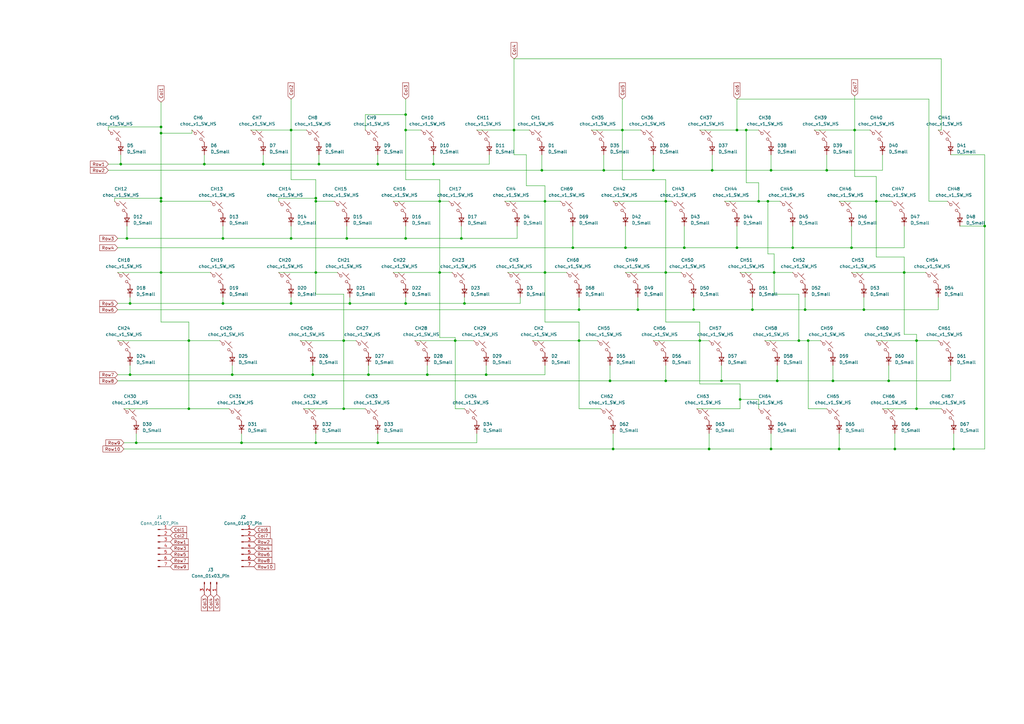
<source format=kicad_sch>
(kicad_sch (version 20231120) (generator "eeschema") (generator_version "8.0")
  (paper "A3")
  (junction (at 143.51 124.46))
  (junction (at 95.25 153.67))
  (junction (at 251.46 184.15))
  (junction (at 66.04 54.61))
  (junction (at 129.54 111.76))
  (junction (at 318.77 156.21))
  (junction (at 256.54 101.6))
  (junction (at 119.38 53.34))
  (junction (at 234.95 101.6))
  (junction (at 292.1 69.85))
  (junction (at 316.23 69.85))
  (junction (at 222.25 69.85))
  (junction (at 128.27 153.67))
  (junction (at 327.66 139.7))
  (junction (at 140.97 139.7))
  (junction (at 99.06 181.61))
  (junction (at 130.81 67.31))
  (junction (at 180.34 111.76))
  (junction (at 166.37 46.99))
  (junction (at 237.49 139.7))
  (junction (at 339.09 69.85))
  (junction (at 119.38 97.79))
  (junction (at 107.95 67.31))
  (junction (at 140.97 167.64))
  (junction (at 316.23 184.15))
  (junction (at 53.34 153.67))
  (junction (at 350.52 53.34))
  (junction (at 189.23 97.79))
  (junction (at 273.05 156.21))
  (junction (at 66.04 82.55))
  (junction (at 344.17 184.15))
  (junction (at 330.2 127))
  (junction (at 325.12 101.6))
  (junction (at 55.88 181.61))
  (junction (at 175.26 153.67))
  (junction (at 302.26 53.34))
  (junction (at 237.49 127))
  (junction (at 119.38 124.46))
  (junction (at 199.39 153.67))
  (junction (at 391.16 184.15))
  (junction (at 273.05 111.76))
  (junction (at 308.61 127))
  (junction (at 154.94 181.61))
  (junction (at 154.94 67.31))
  (junction (at 267.97 69.85))
  (junction (at 247.65 69.85))
  (junction (at 359.41 82.55))
  (junction (at 91.44 97.79))
  (junction (at 295.91 156.21))
  (junction (at 364.49 156.21))
  (junction (at 190.5 124.46))
  (junction (at 210.82 53.34))
  (junction (at 311.15 82.55))
  (junction (at 53.34 124.46))
  (junction (at 166.37 53.34))
  (junction (at 142.24 97.79))
  (junction (at 66.04 52.07))
  (junction (at 66.04 111.76))
  (junction (at 223.52 111.76))
  (junction (at 166.37 97.79))
  (junction (at 261.62 127))
  (junction (at 314.96 82.55))
  (junction (at 302.26 101.6))
  (junction (at 367.03 184.15))
  (junction (at 403.86 92.71))
  (junction (at 151.13 153.67))
  (junction (at 77.47 167.64))
  (junction (at 129.54 181.61))
  (junction (at 129.54 81.28))
  (junction (at 290.83 184.15))
  (junction (at 129.54 82.55))
  (junction (at 177.8 67.31))
  (junction (at 341.63 156.21))
  (junction (at 49.53 67.31))
  (junction (at 331.47 139.7))
  (junction (at 91.44 124.46))
  (junction (at 287.02 139.7))
  (junction (at 83.82 67.31))
  (junction (at 186.69 139.7))
  (junction (at 370.84 111.76))
  (junction (at 303.53 163.83))
  (junction (at 375.92 139.7))
  (junction (at 223.52 82.55))
  (junction (at 250.19 156.21))
  (junction (at 273.05 82.55))
  (junction (at 166.37 124.46))
  (junction (at 77.47 139.7))
  (junction (at 354.33 127))
  (junction (at 375.92 167.64))
  (junction (at 255.27 53.34))
  (junction (at 66.04 81.28))
  (junction (at 317.5 111.76))
  (junction (at 280.67 101.6))
  (junction (at 284.48 127))
  (junction (at 306.07 53.34))
  (junction (at 180.34 82.55))
  (junction (at 52.07 97.79))
  (junction (at 349.25 101.6))
  (wire (pts (xy 180.34 73.66) (xy 166.37 73.66)))
  (wire (pts (xy 186.69 167.64) (xy 190.5 167.64)))
  (wire (pts (xy 119.38 53.34) (xy 125.73 53.34)))
  (wire (pts (xy 119.38 53.34) (xy 119.38 73.66)))
  (wire (pts (xy 123.19 139.7) (xy 140.97 139.7)))
  (wire (pts (xy 330.2 127) (xy 330.2 121.92)))
  (wire (pts (xy 403.86 63.5) (xy 389.89 63.5)))
  (wire (pts (xy 91.44 121.92) (xy 91.44 124.46)))
  (wire (pts (xy 140.97 167.64) (xy 124.46 167.64)))
  (wire (pts (xy 102.87 53.34) (xy 119.38 53.34)))
  (wire (pts (xy 318.77 156.21) (xy 341.63 156.21)))
  (wire (pts (xy 180.34 73.66) (xy 180.34 82.55)))
  (wire (pts (xy 199.39 149.86) (xy 199.39 153.67)))
  (wire (pts (xy 314.96 82.55) (xy 314.96 104.14)))
  (wire (pts (xy 66.04 41.91) (xy 66.04 52.07)))
  (wire (pts (xy 287.02 139.7) (xy 287.02 157.48)))
  (wire (pts (xy 359.41 82.55) (xy 365.76 82.55)))
  (wire (pts (xy 370.84 111.76) (xy 370.84 137.16)))
  (wire (pts (xy 77.47 132.08) (xy 77.47 139.7)))
  (wire (pts (xy 140.97 139.7) (xy 140.97 167.64)))
  (wire (pts (xy 325.12 101.6) (xy 325.12 92.71)))
  (wire (pts (xy 391.16 184.15) (xy 403.86 184.15)))
  (wire (pts (xy 129.54 111.76) (xy 129.54 120.65)))
  (wire (pts (xy 50.8 184.15) (xy 251.46 184.15)))
  (wire (pts (xy 350.52 72.39) (xy 359.41 72.39)))
  (wire (pts (xy 48.26 127) (xy 237.49 127)))
  (wire (pts (xy 66.04 52.07) (xy 66.04 54.61)))
  (wire (pts (xy 375.92 139.7) (xy 375.92 167.64)))
  (wire (pts (xy 50.8 181.61) (xy 55.88 181.61)))
  (wire (pts (xy 49.53 67.31) (xy 83.82 67.31)))
  (wire (pts (xy 287.02 157.48) (xy 303.53 157.48)))
  (wire (pts (xy 317.5 111.76) (xy 325.12 111.76)))
  (wire (pts (xy 256.54 92.71) (xy 256.54 101.6)))
  (wire (pts (xy 317.5 120.65) (xy 327.66 120.65)))
  (wire (pts (xy 344.17 177.8) (xy 344.17 184.15)))
  (wire (pts (xy 273.05 111.76) (xy 279.4 111.76)))
  (wire (pts (xy 251.46 184.15) (xy 290.83 184.15)))
  (wire (pts (xy 302.26 40.64) (xy 381 40.64)))
  (wire (pts (xy 313.69 139.7) (xy 327.66 139.7)))
  (wire (pts (xy 180.34 82.55) (xy 184.15 82.55)))
  (wire (pts (xy 151.13 153.67) (xy 175.26 153.67)))
  (wire (pts (xy 143.51 121.92) (xy 143.51 124.46)))
  (wire (pts (xy 255.27 53.34) (xy 262.89 53.34)))
  (wire (pts (xy 186.69 139.7) (xy 186.69 167.64)))
  (wire (pts (xy 143.51 124.46) (xy 166.37 124.46)))
  (wire (pts (xy 119.38 124.46) (xy 143.51 124.46)))
  (wire (pts (xy 212.09 97.79) (xy 212.09 92.71)))
  (wire (pts (xy 107.95 67.31) (xy 130.81 67.31)))
  (wire (pts (xy 207.01 82.55) (xy 223.52 82.55)))
  (wire (pts (xy 46.99 81.28) (xy 46.99 82.55)))
  (wire (pts (xy 53.34 121.92) (xy 53.34 124.46)))
  (wire (pts (xy 66.04 111.76) (xy 86.36 111.76)))
  (wire (pts (xy 99.06 181.61) (xy 129.54 181.61)))
  (wire (pts (xy 142.24 92.71) (xy 142.24 97.79)))
  (wire (pts (xy 189.23 97.79) (xy 212.09 97.79)))
  (wire (pts (xy 389.89 156.21) (xy 364.49 156.21)))
  (wire (pts (xy 130.81 63.5) (xy 130.81 67.31)))
  (wire (pts (xy 273.05 82.55) (xy 275.59 82.55)))
  (wire (pts (xy 316.23 184.15) (xy 344.17 184.15)))
  (wire (pts (xy 129.54 181.61) (xy 129.54 177.8)))
  (wire (pts (xy 66.04 54.61) (xy 66.04 81.28)))
  (wire (pts (xy 119.38 97.79) (xy 142.24 97.79)))
  (wire (pts (xy 119.38 97.79) (xy 119.38 92.71)))
  (wire (pts (xy 314.96 82.55) (xy 320.04 82.55)))
  (wire (pts (xy 44.45 67.31) (xy 49.53 67.31)))
  (wire (pts (xy 222.25 69.85) (xy 247.65 69.85)))
  (wire (pts (xy 311.15 74.93) (xy 311.15 82.55)))
  (wire (pts (xy 200.66 63.5) (xy 200.66 67.31)))
  (wire (pts (xy 180.34 138.43) (xy 186.69 138.43)))
  (wire (pts (xy 350.52 39.37) (xy 350.52 53.34)))
  (wire (pts (xy 49.53 63.5) (xy 49.53 67.31)))
  (wire (pts (xy 403.86 92.71) (xy 403.86 63.5)))
  (wire (pts (xy 317.5 111.76) (xy 317.5 120.65)))
  (wire (pts (xy 55.88 177.8) (xy 55.88 181.61)))
  (wire (pts (xy 284.48 127) (xy 284.48 121.92)))
  (wire (pts (xy 53.34 124.46) (xy 91.44 124.46)))
  (wire (pts (xy 99.06 177.8) (xy 99.06 181.61)))
  (wire (pts (xy 250.19 149.86) (xy 250.19 156.21)))
  (wire (pts (xy 66.04 82.55) (xy 86.36 82.55)))
  (wire (pts (xy 129.54 81.28) (xy 129.54 82.55)))
  (wire (pts (xy 381 40.64) (xy 381 82.55)))
  (wire (pts (xy 273.05 111.76) (xy 273.05 132.08)))
  (wire (pts (xy 327.66 120.65) (xy 327.66 139.7)))
  (wire (pts (xy 223.52 132.08) (xy 237.49 132.08)))
  (wire (pts (xy 149.86 46.99) (xy 149.86 53.34)))
  (wire (pts (xy 341.63 149.86) (xy 341.63 156.21)))
  (wire (pts (xy 129.54 82.55) (xy 137.16 82.55)))
  (wire (pts (xy 306.07 74.93) (xy 311.15 74.93)))
  (wire (pts (xy 95.25 149.86) (xy 95.25 153.67)))
  (wire (pts (xy 215.9 76.2) (xy 223.52 76.2)))
  (wire (pts (xy 251.46 82.55) (xy 273.05 82.55)))
  (wire (pts (xy 302.26 101.6) (xy 325.12 101.6)))
  (wire (pts (xy 250.19 156.21) (xy 273.05 156.21)))
  (wire (pts (xy 210.82 24.13) (xy 210.82 53.34)))
  (wire (pts (xy 316.23 69.85) (xy 339.09 69.85)))
  (wire (pts (xy 66.04 82.55) (xy 66.04 111.76)))
  (wire (pts (xy 287.02 53.34) (xy 302.26 53.34)))
  (wire (pts (xy 251.46 177.8) (xy 251.46 184.15)))
  (wire (pts (xy 292.1 63.5) (xy 292.1 69.85)))
  (wire (pts (xy 273.05 149.86) (xy 273.05 156.21)))
  (wire (pts (xy 314.96 104.14) (xy 317.5 104.14)))
  (wire (pts (xy 295.91 149.86) (xy 295.91 156.21)))
  (wire (pts (xy 354.33 127) (xy 384.81 127)))
  (wire (pts (xy 48.26 139.7) (xy 77.47 139.7)))
  (wire (pts (xy 189.23 92.71) (xy 189.23 97.79)))
  (wire (pts (xy 306.07 53.34) (xy 306.07 74.93)))
  (wire (pts (xy 66.04 81.28) (xy 66.04 82.55)))
  (wire (pts (xy 208.28 111.76) (xy 223.52 111.76)))
  (wire (pts (xy 359.41 72.39) (xy 359.41 82.55)))
  (wire (pts (xy 44.45 52.07) (xy 66.04 52.07)))
  (wire (pts (xy 234.95 92.71) (xy 234.95 101.6)))
  (wire (pts (xy 331.47 139.7) (xy 336.55 139.7)))
  (wire (pts (xy 386.08 53.34) (xy 384.81 53.34)))
  (wire (pts (xy 311.15 82.55) (xy 314.96 82.55)))
  (wire (pts (xy 223.52 111.76) (xy 223.52 132.08)))
  (wire (pts (xy 256.54 101.6) (xy 280.67 101.6)))
  (wire (pts (xy 370.84 105.41) (xy 370.84 111.76)))
  (wire (pts (xy 83.82 63.5) (xy 83.82 67.31)))
  (wire (pts (xy 344.17 82.55) (xy 359.41 82.55)))
  (wire (pts (xy 237.49 167.64) (xy 246.38 167.64)))
  (wire (pts (xy 234.95 101.6) (xy 256.54 101.6)))
  (wire (pts (xy 302.26 53.34) (xy 306.07 53.34)))
  (wire (pts (xy 166.37 53.34) (xy 172.72 53.34)))
  (wire (pts (xy 375.92 139.7) (xy 384.81 139.7)))
  (wire (pts (xy 48.26 153.67) (xy 53.34 153.67)))
  (wire (pts (xy 91.44 97.79) (xy 119.38 97.79)))
  (wire (pts (xy 154.94 67.31) (xy 177.8 67.31)))
  (wire (pts (xy 140.97 167.64) (xy 149.86 167.64)))
  (wire (pts (xy 129.54 120.65) (xy 140.97 120.65)))
  (wire (pts (xy 381 82.55) (xy 388.62 82.55)))
  (wire (pts (xy 215.9 63.5) (xy 215.9 76.2)))
  (wire (pts (xy 375.92 137.16) (xy 375.92 139.7)))
  (wire (pts (xy 180.34 111.76) (xy 185.42 111.76)))
  (wire (pts (xy 359.41 139.7) (xy 375.92 139.7)))
  (wire (pts (xy 292.1 69.85) (xy 316.23 69.85)))
  (wire (pts (xy 210.82 63.5) (xy 215.9 63.5)))
  (wire (pts (xy 119.38 73.66) (xy 129.54 73.66)))
  (wire (pts (xy 151.13 149.86) (xy 151.13 153.67)))
  (wire (pts (xy 280.67 101.6) (xy 302.26 101.6)))
  (wire (pts (xy 349.25 101.6) (xy 370.84 101.6)))
  (wire (pts (xy 273.05 82.55) (xy 273.05 111.76)))
  (wire (pts (xy 48.26 111.76) (xy 66.04 111.76)))
  (wire (pts (xy 166.37 53.34) (xy 166.37 46.99)))
  (wire (pts (xy 66.04 111.76) (xy 66.04 132.08)))
  (wire (pts (xy 91.44 92.71) (xy 91.44 97.79)))
  (wire (pts (xy 273.05 132.08) (xy 287.02 132.08)))
  (wire (pts (xy 255.27 40.64) (xy 255.27 53.34)))
  (wire (pts (xy 364.49 149.86) (xy 364.49 156.21)))
  (wire (pts (xy 129.54 181.61) (xy 154.94 181.61)))
  (wire (pts (xy 334.01 53.34) (xy 350.52 53.34)))
  (wire (pts (xy 375.92 167.64) (xy 386.08 167.64)))
  (wire (pts (xy 349.25 92.71) (xy 349.25 101.6)))
  (wire (pts (xy 52.07 97.79) (xy 91.44 97.79)))
  (wire (pts (xy 223.52 82.55) (xy 223.52 111.76)))
  (wire (pts (xy 107.95 63.5) (xy 107.95 67.31)))
  (wire (pts (xy 370.84 101.6) (xy 370.84 92.71)))
  (wire (pts (xy 213.36 124.46) (xy 213.36 121.92)))
  (wire (pts (xy 78.74 54.61) (xy 78.74 53.34)))
  (wire (pts (xy 267.97 69.85) (xy 292.1 69.85)))
  (wire (pts (xy 186.69 138.43) (xy 186.69 139.7)))
  (wire (pts (xy 290.83 177.8) (xy 290.83 184.15)))
  (wire (pts (xy 403.86 184.15) (xy 403.86 92.71)))
  (wire (pts (xy 367.03 184.15) (xy 391.16 184.15)))
  (wire (pts (xy 403.86 92.71) (xy 393.7 92.71)))
  (wire (pts (xy 177.8 67.31) (xy 200.66 67.31)))
  (wire (pts (xy 128.27 153.67) (xy 151.13 153.67)))
  (wire (pts (xy 303.53 111.76) (xy 317.5 111.76)))
  (wire (pts (xy 166.37 97.79) (xy 166.37 92.71)))
  (wire (pts (xy 154.94 63.5) (xy 154.94 67.31)))
  (wire (pts (xy 48.26 97.79) (xy 52.07 97.79)))
  (wire (pts (xy 223.52 76.2) (xy 223.52 82.55)))
  (wire (pts (xy 261.62 127) (xy 284.48 127)))
  (wire (pts (xy 316.23 63.5) (xy 316.23 69.85)))
  (wire (pts (xy 273.05 156.21) (xy 295.91 156.21)))
  (wire (pts (xy 46.99 81.28) (xy 66.04 81.28)))
  (wire (pts (xy 280.67 101.6) (xy 280.67 92.71)))
  (wire (pts (xy 166.37 40.64) (xy 166.37 46.99)))
  (wire (pts (xy 175.26 149.86) (xy 175.26 153.67)))
  (wire (pts (xy 166.37 124.46) (xy 166.37 121.92)))
  (wire (pts (xy 359.41 82.55) (xy 359.41 105.41)))
  (wire (pts (xy 77.47 167.64) (xy 50.8 167.64)))
  (wire (pts (xy 140.97 139.7) (xy 146.05 139.7)))
  (wire (pts (xy 267.97 139.7) (xy 287.02 139.7)))
  (wire (pts (xy 161.29 111.76) (xy 180.34 111.76)))
  (wire (pts (xy 256.54 111.76) (xy 273.05 111.76)))
  (wire (pts (xy 44.45 69.85) (xy 222.25 69.85)))
  (wire (pts (xy 222.25 63.5) (xy 222.25 69.85)))
  (wire (pts (xy 237.49 132.08) (xy 237.49 139.7)))
  (wire (pts (xy 339.09 63.5) (xy 339.09 69.85)))
  (wire (pts (xy 210.82 53.34) (xy 217.17 53.34)))
  (wire (pts (xy 195.58 53.34) (xy 210.82 53.34)))
  (wire (pts (xy 237.49 127) (xy 237.49 121.92)))
  (wire (pts (xy 237.49 139.7) (xy 245.11 139.7)))
  (wire (pts (xy 350.52 53.34) (xy 350.52 72.39)))
  (wire (pts (xy 255.27 53.34) (xy 255.27 73.66)))
  (wire (pts (xy 367.03 177.8) (xy 367.03 184.15)))
  (wire (pts (xy 180.34 111.76) (xy 180.34 138.43)))
  (wire (pts (xy 119.38 40.64) (xy 119.38 53.34)))
  (wire (pts (xy 195.58 181.61) (xy 195.58 177.8)))
  (wire (pts (xy 359.41 105.41) (xy 370.84 105.41)))
  (wire (pts (xy 308.61 127) (xy 330.2 127)))
  (wire (pts (xy 190.5 124.46) (xy 213.36 124.46)))
  (wire (pts (xy 119.38 124.46) (xy 119.38 121.92)))
  (wire (pts (xy 370.84 137.16) (xy 375.92 137.16)))
  (wire (pts (xy 128.27 149.86) (xy 128.27 153.67)))
  (wire (pts (xy 287.02 132.08) (xy 287.02 139.7)))
  (wire (pts (xy 284.48 127) (xy 308.61 127)))
  (wire (pts (xy 66.04 54.61) (xy 78.74 54.61)))
  (wire (pts (xy 349.25 111.76) (xy 370.84 111.76)))
  (wire (pts (xy 237.49 139.7) (xy 237.49 167.64)))
  (wire (pts (xy 341.63 156.21) (xy 364.49 156.21)))
  (wire (pts (xy 308.61 121.92) (xy 308.61 127)))
  (wire (pts (xy 361.95 167.64) (xy 375.92 167.64)))
  (wire (pts (xy 170.18 139.7) (xy 186.69 139.7)))
  (wire (pts (xy 290.83 184.15) (xy 316.23 184.15)))
  (wire (pts (xy 77.47 139.7) (xy 77.47 167.64)))
  (wire (pts (xy 389.89 149.86) (xy 389.89 156.21)))
  (wire (pts (xy 77.47 139.7) (xy 90.17 139.7)))
  (wire (pts (xy 344.17 184.15) (xy 367.03 184.15)))
  (wire (pts (xy 303.53 163.83) (xy 311.15 163.83)))
  (wire (pts (xy 166.37 53.34) (xy 166.37 73.66)))
  (wire (pts (xy 55.88 181.61) (xy 99.06 181.61)))
  (wire (pts (xy 175.26 153.67) (xy 199.39 153.67)))
  (wire (pts (xy 391.16 177.8) (xy 391.16 184.15)))
  (wire (pts (xy 361.95 63.5) (xy 361.95 69.85)))
  (wire (pts (xy 154.94 177.8) (xy 154.94 181.61)))
  (wire (pts (xy 210.82 24.13) (xy 386.08 24.13)))
  (wire (pts (xy 354.33 121.92) (xy 354.33 127)))
  (wire (pts (xy 247.65 63.5) (xy 247.65 69.85)))
  (wire (pts (xy 327.66 139.7) (xy 331.47 139.7)))
  (wire (pts (xy 129.54 73.66) (xy 129.54 81.28)))
  (wire (pts (xy 83.82 67.31) (xy 107.95 67.31)))
  (wire (pts (xy 287.02 139.7) (xy 290.83 139.7)))
  (wire (pts (xy 285.75 167.64) (xy 303.53 167.64)))
  (wire (pts (xy 177.8 63.5) (xy 177.8 67.31)))
  (wire (pts (xy 186.69 139.7) (xy 194.31 139.7)))
  (wire (pts (xy 311.15 163.83) (xy 311.15 167.64)))
  (wire (pts (xy 331.47 139.7) (xy 331.47 167.64)))
  (wire (pts (xy 384.81 127) (xy 384.81 121.92)))
  (wire (pts (xy 303.53 157.48) (xy 303.53 163.83)))
  (wire (pts (xy 331.47 167.64) (xy 339.09 167.64)))
  (wire (pts (xy 210.82 53.34) (xy 210.82 63.5)))
  (wire (pts (xy 223.52 111.76) (xy 232.41 111.76)))
  (wire (pts (xy 261.62 121.92) (xy 261.62 127)))
  (wire (pts (xy 44.45 53.34) (xy 44.45 52.07)))
  (wire (pts (xy 295.91 156.21) (xy 318.77 156.21)))
  (wire (pts (xy 339.09 69.85) (xy 361.95 69.85)))
  (wire (pts (xy 48.26 156.21) (xy 250.19 156.21)))
  (wire (pts (xy 199.39 153.67) (xy 223.52 153.67)))
  (wire (pts (xy 316.23 177.8) (xy 316.23 184.15)))
  (wire (pts (xy 303.53 163.83) (xy 303.53 167.64)))
  (wire (pts (xy 350.52 53.34) (xy 356.87 53.34)))
  (wire (pts (xy 48.26 101.6) (xy 234.95 101.6)))
  (wire (pts (xy 48.26 124.46) (xy 53.34 124.46)))
  (wire (pts (xy 53.34 153.67) (xy 95.25 153.67)))
  (wire (pts (xy 297.18 82.55) (xy 311.15 82.55)))
  (wire (pts (xy 317.5 104.14) (xy 317.5 111.76)))
  (wire (pts (xy 302.26 40.64) (xy 302.26 53.34)))
  (wire (pts (xy 161.29 82.55) (xy 180.34 82.55)))
  (wire (pts (xy 166.37 124.46) (xy 190.5 124.46)))
  (wire (pts (xy 166.37 46.99) (xy 149.86 46.99)))
  (wire (pts (xy 325.12 101.6) (xy 349.25 101.6)))
  (wire (pts (xy 180.34 82.55) (xy 180.34 111.76)))
  (wire (pts (xy 114.3 81.28) (xy 114.3 82.55)))
  (wire (pts (xy 223.52 149.86) (xy 223.52 153.67)))
  (wire (pts (xy 306.07 53.34) (xy 311.15 53.34)))
  (wire (pts (xy 129.54 82.55) (xy 129.54 111.76)))
  (wire (pts (xy 237.49 127) (xy 261.62 127)))
  (wire (pts (xy 273.05 73.66) (xy 273.05 82.55)))
  (wire (pts (xy 140.97 120.65) (xy 140.97 139.7)))
  (wire (pts (xy 154.94 181.61) (xy 195.58 181.61)))
  (wire (pts (xy 130.81 67.31) (xy 154.94 67.31)))
  (wire (pts (xy 330.2 127) (xy 354.33 127)))
  (wire (pts (xy 129.54 81.28) (xy 114.3 81.28)))
  (wire (pts (xy 242.57 53.34) (xy 255.27 53.34)))
  (wire (pts (xy 223.52 82.55) (xy 229.87 82.55)))
  (wire (pts (xy 52.07 92.71) (xy 52.07 97.79)))
  (wire (pts (xy 318.77 149.86) (xy 318.77 156.21)))
  (wire (pts (xy 66.04 132.08) (xy 77.47 132.08)))
  (wire (pts (xy 247.65 69.85) (xy 267.97 69.85)))
  (wire (pts (xy 91.44 124.46) (xy 119.38 124.46)))
  (wire (pts (xy 114.3 111.76) (xy 129.54 111.76)))
  (wire (pts (xy 53.34 149.86) (xy 53.34 153.67)))
  (wire (pts (xy 255.27 73.66) (xy 273.05 73.66)))
  (wire (pts (xy 218.44 139.7) (xy 237.49 139.7)))
  (wire (pts (xy 95.25 153.67) (xy 128.27 153.67)))
  (wire (pts (xy 190.5 121.92) (xy 190.5 124.46)))
  (wire (pts (xy 142.24 97.79) (xy 166.37 97.79)))
  (wire (pts (xy 386.08 24.13) (xy 386.08 53.34)))
  (wire (pts (xy 129.54 111.76) (xy 138.43 111.76)))
  (wire (pts (xy 302.26 92.71) (xy 302.26 101.6)))
  (wire (pts (xy 267.97 63.5) (xy 267.97 69.85)))
  (wire (pts (xy 77.47 167.64) (xy 93.98 167.64)))
  (wire (pts (xy 370.84 111.76) (xy 379.73 111.76)))
  (wire (pts (xy 166.37 97.79) (xy 189.23 97.79)))
  (global_label "Row9" (shape input) (at 69.85 232.41 0) (property "Intersheetrefs" "${INTERSHEET_REFS}" (effects (hide yes))))
  (global_label "Row7" (shape input) (at 69.85 229.87 0) (property "Intersheetrefs" "${INTERSHEET_REFS}" (effects (hide yes))))
  (global_label "Col4" (shape input) (at 86.36 243.84 270) (property "Intersheetrefs" "${INTERSHEET_REFS}" (effects (hide yes))))
  (global_label "Row2" (shape input) (at 104.14 222.25 0) (property "Intersheetrefs" "${INTERSHEET_REFS}" (effects (hide yes))))
  (global_label "Row3" (shape input) (at 69.85 224.79 0) (property "Intersheetrefs" "${INTERSHEET_REFS}" (effects (hide yes))))
  (global_label "Row10" (shape input) (at 50.8 184.15 180) (property "Intersheetrefs" "${INTERSHEET_REFS}" (effects (hide yes))))
  (global_label "Col6" (shape input) (at 302.26 40.64 90) (property "Intersheetrefs" "${INTERSHEET_REFS}" (effects (hide yes))))
  (global_label "Row6" (shape input) (at 48.26 127 180) (property "Intersheetrefs" "${INTERSHEET_REFS}" (effects (hide yes))))
  (global_label "Col2" (shape input) (at 119.38 40.64 90) (property "Intersheetrefs" "${INTERSHEET_REFS}" (effects (hide yes))))
  (global_label "Col5" (shape input) (at 88.9 243.84 270) (property "Intersheetrefs" "${INTERSHEET_REFS}" (effects (hide yes))))
  (global_label "Row5" (shape input) (at 48.26 124.46 180) (property "Intersheetrefs" "${INTERSHEET_REFS}" (effects (hide yes))))
  (global_label "Col1" (shape input) (at 69.85 217.17 0) (property "Intersheetrefs" "${INTERSHEET_REFS}" (effects (hide yes))))
  (global_label "Col3" (shape input) (at 166.37 40.64 90) (property "Intersheetrefs" "${INTERSHEET_REFS}" (effects (hide yes))))
  (global_label "Row4" (shape input) (at 48.26 101.6 180) (property "Intersheetrefs" "${INTERSHEET_REFS}" (effects (hide yes))))
  (global_label "Col7" (shape input) (at 350.52 39.37 90) (property "Intersheetrefs" "${INTERSHEET_REFS}" (effects (hide yes))))
  (global_label "Col4" (shape input) (at 210.82 24.13 90) (property "Intersheetrefs" "${INTERSHEET_REFS}" (effects (hide yes))))
  (global_label "Row2" (shape input) (at 44.45 69.85 180) (property "Intersheetrefs" "${INTERSHEET_REFS}" (effects (hide yes))))
  (global_label "Row7" (shape input) (at 48.26 153.67 180) (property "Intersheetrefs" "${INTERSHEET_REFS}" (effects (hide yes))))
  (global_label "Row8" (shape input) (at 48.26 156.21 180) (property "Intersheetrefs" "${INTERSHEET_REFS}" (effects (hide yes))))
  (global_label "Row5" (shape input) (at 69.85 227.33 0) (property "Intersheetrefs" "${INTERSHEET_REFS}" (effects (hide yes))))
  (global_label "Row6" (shape input) (at 104.14 227.33 0) (property "Intersheetrefs" "${INTERSHEET_REFS}" (effects (hide yes))))
  (global_label "Col5" (shape input) (at 255.27 40.64 90) (property "Intersheetrefs" "${INTERSHEET_REFS}" (effects (hide yes))))
  (global_label "Col7" (shape input) (at 104.14 219.71 0) (property "Intersheetrefs" "${INTERSHEET_REFS}" (effects (hide yes))))
  (global_label "Col1" (shape input) (at 66.04 41.91 90) (property "Intersheetrefs" "${INTERSHEET_REFS}" (effects (hide yes))))
  (global_label "Row3" (shape input) (at 48.26 97.79 180) (property "Intersheetrefs" "${INTERSHEET_REFS}" (effects (hide yes))))
  (global_label "Col2" (shape input) (at 69.85 219.71 0) (property "Intersheetrefs" "${INTERSHEET_REFS}" (effects (hide yes))))
  (global_label "Row9" (shape input) (at 50.8 181.61 180) (property "Intersheetrefs" "${INTERSHEET_REFS}" (effects (hide yes))))
  (global_label "Col6" (shape input) (at 104.14 217.17 0) (property "Intersheetrefs" "${INTERSHEET_REFS}" (effects (hide yes))))
  (global_label "Row10" (shape input) (at 104.14 232.41 0) (property "Intersheetrefs" "${INTERSHEET_REFS}" (effects (hide yes))))
  (global_label "Row8" (shape input) (at 104.14 229.87 0) (property "Intersheetrefs" "${INTERSHEET_REFS}" (effects (hide yes))))
  (global_label "Row1" (shape input) (at 44.45 67.31 180) (property "Intersheetrefs" "${INTERSHEET_REFS}" (effects (hide yes))))
  (global_label "Col3" (shape input) (at 83.82 243.84 270) (property "Intersheetrefs" "${INTERSHEET_REFS}" (effects (hide yes))))
  (global_label "Row4" (shape input) (at 104.14 224.79 0) (property "Intersheetrefs" "${INTERSHEET_REFS}" (effects (hide yes))))
  (global_label "Row1" (shape input) (at 69.85 222.25 0) (property "Intersheetrefs" "${INTERSHEET_REFS}" (effects (hide yes))))
  (symbol (lib_id "Device:D_Small") (at 53.34 119.38 90) (unit 1)
    (property "Reference" "D18" (at 55.88 118.1099 90) (effects (justify right)))
    (property "Value" "D_Small" (at 55.88 120.6499 90) (effects (justify right)))
    (property "Footprint" "Diode_SMD:D_SOD-123" (effects (hide yes)))
    (property "Description" "Diode, small symbol" (effects (hide yes)))
    (property "Sim.Device" "D" (effects (hide yes)))
    (property "Sim.Pins" "1=K 2=A" (effects (hide yes)))
  )
  (symbol (lib_id "PCM_marbastlib-choc:choc_v1_SW_HS_CPG135001S30") (at 81.28 55.88 0) (unit 1)
    (property "Reference" "CH6" (at 81.28 48.26 0))
    (property "Value" "choc_v1_SW_HS" (at 81.28 50.8 0))
    (property "Footprint" "PCM_marbastlib-choc:SW_choc_v1_HS_CPG135001S30_1u" (effects (hide yes)))
    (property "Description" "Push button switch, normally open, two pins, 45° tilted" (effects (hide yes)))
  )
  (symbol (lib_id "PCM_marbastlib-choc:choc_v1_SW_HS_CPG135001S30") (at 391.16 85.09 0) (unit 1)
    (property "Reference" "CH48" (at 391.16 77.47 0))
    (property "Value" "choc_v1_SW_HS" (at 391.16 80.01 0))
    (property "Footprint" "PCM_marbastlib-choc:SW_choc_v1_HS_CPG135001S30_1u" (effects (hide yes)))
    (property "Description" "Push button switch, normally open, two pins, 45° tilted" (effects (hide yes)))
  )
  (symbol (lib_id "Device:D_Small") (at 234.95 90.17 90) (unit 1)
    (property "Reference" "D69" (at 237.49 88.8999 90) (effects (justify right)))
    (property "Value" "D_Small" (at 237.49 91.4399 90) (effects (justify right)))
    (property "Footprint" "Diode_SMD:D_SOD-123" (effects (hide yes)))
    (property "Description" "Diode, small symbol" (effects (hide yes)))
    (property "Sim.Device" "D" (effects (hide yes)))
    (property "Sim.Pins" "1=K 2=A" (effects (hide yes)))
  )
  (symbol (lib_id "PCM_marbastlib-choc:choc_v1_SW_HS_CPG135001S30") (at 116.84 114.3 0) (unit 1)
    (property "Reference" "CH20" (at 116.84 106.68 0))
    (property "Value" "choc_v1_SW_HS" (at 116.84 109.22 0))
    (property "Footprint" "PCM_marbastlib-choc:SW_choc_v1_HS_CPG135001S30_1u" (effects (hide yes)))
    (property "Description" "Push button switch, normally open, two pins, 45° tilted" (effects (hide yes)))
  )
  (symbol (lib_id "Device:D_Small") (at 99.06 175.26 90) (unit 1)
    (property "Reference" "D31" (at 101.6 173.9899 90) (effects (justify right)))
    (property "Value" "D_Small" (at 101.6 176.5299 90) (effects (justify right)))
    (property "Footprint" "Diode_SMD:D_SOD-123" (effects (hide yes)))
    (property "Description" "Diode, small symbol" (effects (hide yes)))
    (property "Sim.Device" "D" (effects (hide yes)))
    (property "Sim.Pins" "1=K 2=A" (effects (hide yes)))
  )
  (symbol (lib_id "PCM_marbastlib-choc:choc_v1_SW_HS_CPG135001S30") (at 187.96 114.3 0) (unit 1)
    (property "Reference" "CH23" (at 187.96 106.68 0))
    (property "Value" "choc_v1_SW_HS" (at 187.96 109.22 0))
    (property "Footprint" "PCM_marbastlib-choc:SW_choc_v1_HS_CPG135001S30_1u" (effects (hide yes)))
    (property "Description" "Push button switch, normally open, two pins, 45° tilted" (effects (hide yes)))
  )
  (symbol (lib_id "PCM_marbastlib-choc:choc_v1_SW_HS_CPG135001S30") (at 234.95 114.3 0) (unit 1)
    (property "Reference" "CH68" (at 234.95 106.68 0))
    (property "Value" "choc_v1_SW_HS" (at 234.95 109.22 0))
    (property "Footprint" "PCM_marbastlib-choc:SW_choc_v1_HS_CPG135001S30_1u" (effects (hide yes)))
    (property "Description" "Push button switch, normally open, two pins, 45° tilted" (effects (hide yes)))
  )
  (symbol (lib_id "Device:D_Small") (at 316.23 60.96 90) (unit 1)
    (property "Reference" "D38" (at 318.77 59.6899 90) (effects (justify right)))
    (property "Value" "D_Small" (at 318.77 62.2299 90) (effects (justify right)))
    (property "Footprint" "Diode_SMD:D_SOD-123" (effects (hide yes)))
    (property "Description" "Diode, small symbol" (effects (hide yes)))
    (property "Sim.Device" "D" (effects (hide yes)))
    (property "Sim.Pins" "1=K 2=A" (effects (hide yes)))
  )
  (symbol (lib_id "Device:D_Small") (at 339.09 60.96 90) (unit 1)
    (property "Reference" "D39" (at 341.63 59.6899 90) (effects (justify right)))
    (property "Value" "D_Small" (at 341.63 62.2299 90) (effects (justify right)))
    (property "Footprint" "Diode_SMD:D_SOD-123" (effects (hide yes)))
    (property "Description" "Diode, small symbol" (effects (hide yes)))
    (property "Sim.Device" "D" (effects (hide yes)))
    (property "Sim.Pins" "1=K 2=A" (effects (hide yes)))
  )
  (symbol (lib_id "Device:D_Small") (at 199.39 147.32 90) (unit 1)
    (property "Reference" "D29" (at 201.93 146.0499 90) (effects (justify right)))
    (property "Value" "D_Small" (at 201.93 148.5899 90) (effects (justify right)))
    (property "Footprint" "Diode_SMD:D_SOD-123" (effects (hide yes)))
    (property "Description" "Diode, small symbol" (effects (hide yes)))
    (property "Sim.Device" "D" (effects (hide yes)))
    (property "Sim.Pins" "1=K 2=A" (effects (hide yes)))
  )
  (symbol (lib_id "Device:D_Small") (at 284.48 119.38 90) (unit 1)
    (property "Reference" "D50" (at 287.02 118.1099 90) (effects (justify right)))
    (property "Value" "D_Small" (at 287.02 120.6499 90) (effects (justify right)))
    (property "Footprint" "Diode_SMD:D_SOD-123" (effects (hide yes)))
    (property "Description" "Diode, small symbol" (effects (hide yes)))
    (property "Sim.Device" "D" (effects (hide yes)))
    (property "Sim.Pins" "1=K 2=A" (effects (hide yes)))
  )
  (symbol (lib_id "Device:D_Small") (at 308.61 119.38 90) (unit 1)
    (property "Reference" "D51" (at 311.15 118.1099 90) (effects (justify right)))
    (property "Value" "D_Small" (at 311.15 120.6499 90) (effects (justify right)))
    (property "Footprint" "Diode_SMD:D_SOD-123" (effects (hide yes)))
    (property "Description" "Diode, small symbol" (effects (hide yes)))
    (property "Sim.Device" "D" (effects (hide yes)))
    (property "Sim.Pins" "1=K 2=A" (effects (hide yes)))
  )
  (symbol (lib_id "Device:D_Small") (at 349.25 90.17 90) (unit 1)
    (property "Reference" "D46" (at 351.79 88.8999 90) (effects (justify right)))
    (property "Value" "D_Small" (at 351.79 91.4399 90) (effects (justify right)))
    (property "Footprint" "Diode_SMD:D_SOD-123" (effects (hide yes)))
    (property "Description" "Diode, small symbol" (effects (hide yes)))
    (property "Sim.Device" "D" (effects (hide yes)))
    (property "Sim.Pins" "1=K 2=A" (effects (hide yes)))
  )
  (symbol (lib_id "Device:D_Small") (at 361.95 60.96 90) (unit 1)
    (property "Reference" "D40" (at 364.49 59.6899 90) (effects (justify right)))
    (property "Value" "D_Small" (at 364.49 62.2299 90) (effects (justify right)))
    (property "Footprint" "Diode_SMD:D_SOD-123" (effects (hide yes)))
    (property "Description" "Diode, small symbol" (effects (hide yes)))
    (property "Sim.Device" "D" (effects (hide yes)))
    (property "Sim.Pins" "1=K 2=A" (effects (hide yes)))
  )
  (symbol (lib_id "Connector:Conn_01x03_Pin") (at 86.36 238.76 270) (unit 1)
    (property "Reference" "J3" (at 86.36 233.68 90))
    (property "Value" "Conn_01x03_Pin" (at 86.36 236.22 90))
    (property "Footprint" "Connector_PinHeader_2.54mm:PinHeader_1x03_P2.54mm_Vertical" (effects (hide yes)))
    (property "Description" "Generic connector, single row, 01x03, script generated" (effects (hide yes)))
  )
  (symbol (lib_id "PCM_marbastlib-choc:choc_v1_SW_HS_CPG135001S30") (at 313.69 55.88 0) (unit 1)
    (property "Reference" "CH38" (at 313.69 48.26 0))
    (property "Value" "choc_v1_SW_HS" (at 313.69 50.8 0))
    (property "Footprint" "PCM_marbastlib-choc:SW_choc_v1_HS_CPG135001S30_1u" (effects (hide yes)))
    (property "Description" "Push button switch, normally open, two pins, 45° tilted" (effects (hide yes)))
  )
  (symbol (lib_id "PCM_marbastlib-choc:choc_v1_SW_HS_CPG135001S30") (at 186.69 85.09 0) (unit 1)
    (property "Reference" "CH17" (at 186.69 77.47 0))
    (property "Value" "choc_v1_SW_HS" (at 186.69 80.01 0))
    (property "Footprint" "PCM_marbastlib-choc:SW_choc_v1_HS_CPG135001S30_1u" (effects (hide yes)))
    (property "Description" "Push button switch, normally open, two pins, 45° tilted" (effects (hide yes)))
  )
  (symbol (lib_id "PCM_marbastlib-choc:choc_v1_SW_HS_CPG135001S30") (at 49.53 85.09 0) (unit 1)
    (property "Reference" "CH12" (at 49.53 77.47 0))
    (property "Value" "choc_v1_SW_HS" (at 49.53 80.01 0))
    (property "Footprint" "PCM_marbastlib-choc:SW_choc_v1_HS_CPG135001S30_1u" (effects (hide yes)))
    (property "Description" "Push button switch, normally open, two pins, 45° tilted" (effects (hide yes)))
  )
  (symbol (lib_id "PCM_marbastlib-choc:choc_v1_SW_HS_CPG135001S30") (at 163.83 85.09 0) (unit 1)
    (property "Reference" "CH16" (at 163.83 77.47 0))
    (property "Value" "choc_v1_SW_HS" (at 163.83 80.01 0))
    (property "Footprint" "PCM_marbastlib-choc:SW_choc_v1_HS_CPG135001S30_1u" (effects (hide yes)))
    (property "Description" "Push button switch, normally open, two pins, 45° tilted" (effects (hide yes)))
  )
  (symbol (lib_id "Device:D_Small") (at 119.38 119.38 90) (unit 1)
    (property "Reference" "D20" (at 121.92 118.1099 90) (effects (justify right)))
    (property "Value" "D_Small" (at 121.92 120.6499 90) (effects (justify right)))
    (property "Footprint" "Diode_SMD:D_SOD-123" (effects (hide yes)))
    (property "Description" "Diode, small symbol" (effects (hide yes)))
    (property "Sim.Device" "D" (effects (hide yes)))
    (property "Sim.Pins" "1=K 2=A" (effects (hide yes)))
  )
  (symbol (lib_id "PCM_marbastlib-choc:choc_v1_SW_HS_CPG135001S30") (at 322.58 85.09 0) (unit 1)
    (property "Reference" "CH45" (at 322.58 77.47 0))
    (property "Value" "choc_v1_SW_HS" (at 322.58 80.01 0))
    (property "Footprint" "PCM_marbastlib-choc:SW_choc_v1_HS_CPG135001S30_1u" (effects (hide yes)))
    (property "Description" "Push button switch, normally open, two pins, 45° tilted" (effects (hide yes)))
  )
  (symbol (lib_id "PCM_marbastlib-choc:choc_v1_SW_HS_CPG135001S30") (at 368.3 85.09 0) (unit 1)
    (property "Reference" "CH47" (at 368.3 77.47 0))
    (property "Value" "choc_v1_SW_HS" (at 368.3 80.01 0))
    (property "Footprint" "PCM_marbastlib-choc:SW_choc_v1_HS_CPG135001S30_1u" (effects (hide yes)))
    (property "Description" "Push button switch, normally open, two pins, 45° tilted" (effects (hide yes)))
  )
  (symbol (lib_id "PCM_marbastlib-choc:choc_v1_SW_HS_CPG135001S30") (at 313.69 170.18 0) (unit 1)
    (property "Reference" "CH64" (at 313.69 162.56 0))
    (property "Value" "choc_v1_SW_HS" (at 313.69 165.1 0))
    (property "Footprint" "PCM_marbastlib-choc:SW_choc_v1_HS_CPG135001S30_1u" (effects (hide yes)))
    (property "Description" "Push button switch, normally open, two pins, 45° tilted" (effects (hide yes)))
  )
  (symbol (lib_id "PCM_marbastlib-choc:choc_v1_SW_HS_CPG135001S30") (at 127 170.18 0) (unit 1)
    (property "Reference" "CH32" (at 127 162.56 0))
    (property "Value" "choc_v1_SW_HS" (at 127 165.1 0))
    (property "Footprint" "PCM_marbastlib-choc:SW_choc_v1_HS_CPG135001S30_1u" (effects (hide yes)))
    (property "Description" "Push button switch, normally open, two pins, 45° tilted" (effects (hide yes)))
  )
  (symbol (lib_id "Device:D_Small") (at 389.89 147.32 90) (unit 1)
    (property "Reference" "D61" (at 392.43 146.0499 90) (effects (justify right)))
    (property "Value" "D_Small" (at 392.43 148.5899 90) (effects (justify right)))
    (property "Footprint" "Diode_SMD:D_SOD-123" (effects (hide yes)))
    (property "Description" "Diode, small symbol" (effects (hide yes)))
    (property "Sim.Device" "D" (effects (hide yes)))
    (property "Sim.Pins" "1=K 2=A" (effects (hide yes)))
  )
  (symbol (lib_id "Device:D_Small") (at 267.97 60.96 90) (unit 1)
    (property "Reference" "D36" (at 270.51 59.6899 90) (effects (justify right)))
    (property "Value" "D_Small" (at 270.51 62.2299 90) (effects (justify right)))
    (property "Footprint" "Diode_SMD:D_SOD-123" (effects (hide yes)))
    (property "Description" "Diode, small symbol" (effects (hide yes)))
    (property "Sim.Device" "D" (effects (hide yes)))
    (property "Sim.Pins" "1=K 2=A" (effects (hide yes)))
  )
  (symbol (lib_id "Device:D_Small") (at 295.91 147.32 90) (unit 1)
    (property "Reference" "D57" (at 298.45 146.0499 90) (effects (justify right)))
    (property "Value" "D_Small" (at 298.45 148.5899 90) (effects (justify right)))
    (property "Footprint" "Diode_SMD:D_SOD-123" (effects (hide yes)))
    (property "Description" "Diode, small symbol" (effects (hide yes)))
    (property "Sim.Device" "D" (effects (hide yes)))
    (property "Sim.Pins" "1=K 2=A" (effects (hide yes)))
  )
  (symbol (lib_id "PCM_marbastlib-choc:choc_v1_SW_HS_CPG135001S30") (at 196.85 142.24 0) (unit 1)
    (property "Reference" "CH29" (at 196.85 134.62 0))
    (property "Value" "choc_v1_SW_HS" (at 196.85 137.16 0))
    (property "Footprint" "PCM_marbastlib-choc:SW_choc_v1_HS_CPG135001S30_1u" (effects (hide yes)))
    (property "Description" "Push button switch, normally open, two pins, 45° tilted" (effects (hide yes)))
  )
  (symbol (lib_id "Device:D_Small") (at 302.26 90.17 90) (unit 1)
    (property "Reference" "D44" (at 304.8 88.8999 90) (effects (justify right)))
    (property "Value" "D_Small" (at 304.8 91.4399 90) (effects (justify right)))
    (property "Footprint" "Diode_SMD:D_SOD-123" (effects (hide yes)))
    (property "Description" "Diode, small symbol" (effects (hide yes)))
    (property "Sim.Device" "D" (effects (hide yes)))
    (property "Sim.Pins" "1=K 2=A" (effects (hide yes)))
  )
  (symbol (lib_id "Device:D_Small") (at 91.44 119.38 90) (unit 1)
    (property "Reference" "D19" (at 93.98 118.1099 90) (effects (justify right)))
    (property "Value" "D_Small" (at 93.98 120.6499 90) (effects (justify right)))
    (property "Footprint" "Diode_SMD:D_SOD-123" (effects (hide yes)))
    (property "Description" "Diode, small symbol" (effects (hide yes)))
    (property "Sim.Device" "D" (effects (hide yes)))
    (property "Sim.Pins" "1=K 2=A" (effects (hide yes)))
  )
  (symbol (lib_id "Connector:Conn_01x07_Pin") (at 99.06 224.79 0) (unit 1)
    (property "Reference" "J2" (at 99.695 212.09 0))
    (property "Value" "Conn_01x07_Pin" (at 99.695 214.63 0))
    (property "Footprint" "Connector_PinHeader_2.54mm:PinHeader_1x07_P2.54mm_Vertical" (effects (hide yes)))
    (property "Description" "Generic connector, single row, 01x07, script generated" (effects (hide yes)))
  )
  (symbol (lib_id "PCM_marbastlib-choc:choc_v1_SW_HS_CPG135001S30") (at 139.7 85.09 0) (unit 1)
    (property "Reference" "CH15" (at 139.7 77.47 0))
    (property "Value" "choc_v1_SW_HS" (at 139.7 80.01 0))
    (property "Footprint" "PCM_marbastlib-choc:SW_choc_v1_HS_CPG135001S30_1u" (effects (hide yes)))
    (property "Description" "Push button switch, normally open, two pins, 45° tilted" (effects (hide yes)))
  )
  (symbol (lib_id "PCM_marbastlib-choc:choc_v1_SW_HS_CPG135001S30") (at 327.66 114.3 0) (unit 1)
    (property "Reference" "CH52" (at 327.66 106.68 0))
    (property "Value" "choc_v1_SW_HS" (at 327.66 109.22 0))
    (property "Footprint" "PCM_marbastlib-choc:SW_choc_v1_HS_CPG135001S30_1u" (effects (hide yes)))
    (property "Description" "Push button switch, normally open, two pins, 45° tilted" (effects (hide yes)))
  )
  (symbol (lib_id "PCM_marbastlib-choc:choc_v1_SW_HS_CPG135001S30") (at 210.82 114.3 0) (unit 1)
    (property "Reference" "CH3" (at 210.82 106.68 0))
    (property "Value" "choc_v1_SW_HS" (at 210.82 109.22 0))
    (property "Footprint" "PCM_marbastlib-choc:SW_choc_v1_HS_CPG135001S30_1u" (effects (hide yes)))
    (property "Description" "Push button switch, normally open, two pins, 45° tilted" (effects (hide yes)))
  )
  (symbol (lib_id "Device:D_Small") (at 330.2 119.38 90) (unit 1)
    (property "Reference" "D52" (at 332.74 118.1099 90) (effects (justify right)))
    (property "Value" "D_Small" (at 332.74 120.6499 90) (effects (justify right)))
    (property "Footprint" "Diode_SMD:D_SOD-123" (effects (hide yes)))
    (property "Description" "Diode, small symbol" (effects (hide yes)))
    (property "Sim.Device" "D" (effects (hide yes)))
    (property "Sim.Pins" "1=K 2=A" (effects (hide yes)))
  )
  (symbol (lib_id "PCM_marbastlib-choc:choc_v1_SW_HS_CPG135001S30") (at 259.08 114.3 0) (unit 1)
    (property "Reference" "CH49" (at 259.08 106.68 0))
    (property "Value" "choc_v1_SW_HS" (at 259.08 109.22 0))
    (property "Footprint" "PCM_marbastlib-choc:SW_choc_v1_HS_CPG135001S30_1u" (effects (hide yes)))
    (property "Description" "Push button switch, normally open, two pins, 45° tilted" (effects (hide yes)))
  )
  (symbol (lib_id "Device:D_Small") (at 389.89 60.96 90) (unit 1)
    (property "Reference" "D41" (at 392.43 59.6899 90) (effects (justify right)))
    (property "Value" "D_Small" (at 392.43 62.2299 90) (effects (justify right)))
    (property "Footprint" "Diode_SMD:D_SOD-123" (effects (hide yes)))
    (property "Description" "Diode, small symbol" (effects (hide yes)))
    (property "Sim.Device" "D" (effects (hide yes)))
    (property "Sim.Pins" "1=K 2=A" (effects (hide yes)))
  )
  (symbol (lib_id "Device:D_Small") (at 251.46 175.26 90) (unit 1)
    (property "Reference" "D62" (at 254 173.9899 90) (effects (justify right)))
    (property "Value" "D_Small" (at 254 176.5299 90) (effects (justify right)))
    (property "Footprint" "Diode_SMD:D_SOD-123" (effects (hide yes)))
    (property "Description" "Diode, small symbol" (effects (hide yes)))
    (property "Sim.Device" "D" (effects (hide yes)))
    (property "Sim.Pins" "1=K 2=A" (effects (hide yes)))
  )
  (symbol (lib_id "Device:D_Small") (at 49.53 60.96 90) (unit 1)
    (property "Reference" "D5" (at 52.07 59.6899 90) (effects (justify right)))
    (property "Value" "D_Small" (at 52.07 62.2299 90) (effects (justify right)))
    (property "Footprint" "Diode_SMD:D_SOD-123" (effects (hide yes)))
    (property "Description" "Diode, small symbol" (effects (hide yes)))
    (property "Sim.Device" "D" (effects (hide yes)))
    (property "Sim.Pins" "1=K 2=A" (effects (hide yes)))
  )
  (symbol (lib_id "PCM_marbastlib-choc:choc_v1_SW_HS_CPG135001S30") (at 387.35 142.24 0) (unit 1)
    (property "Reference" "CH61" (at 387.35 134.62 0))
    (property "Value" "choc_v1_SW_HS" (at 387.35 137.16 0))
    (property "Footprint" "PCM_marbastlib-choc:SW_choc_v1_HS_CPG135001S30_1u" (effects (hide yes)))
    (property "Description" "Push button switch, normally open, two pins, 45° tilted" (effects (hide yes)))
  )
  (symbol (lib_id "PCM_marbastlib-choc:choc_v1_SW_HS_CPG135001S30") (at 128.27 55.88 0) (unit 1)
    (property "Reference" "CH8" (at 128.27 48.26 0))
    (property "Value" "choc_v1_SW_HS" (at 128.27 50.8 0))
    (property "Footprint" "PCM_marbastlib-choc:SW_choc_v1_HS_CPG135001S30_1u" (effects (hide yes)))
    (property "Description" "Push button switch, normally open, two pins, 45° tilted" (effects (hide yes)))
  )
  (symbol (lib_id "PCM_marbastlib-choc:choc_v1_SW_HS_CPG135001S30") (at 306.07 114.3 0) (unit 1)
    (property "Reference" "CH51" (at 306.07 106.68 0))
    (property "Value" "choc_v1_SW_HS" (at 306.07 109.22 0))
    (property "Footprint" "PCM_marbastlib-choc:SW_choc_v1_HS_CPG135001S30_1u" (effects (hide yes)))
    (property "Description" "Push button switch, normally open, two pins, 45° tilted" (effects (hide yes)))
  )
  (symbol (lib_id "PCM_marbastlib-choc:choc_v1_SW_HS_CPG135001S30") (at 387.35 55.88 0) (unit 1)
    (property "Reference" "CH41" (at 387.35 48.26 0))
    (property "Value" "choc_v1_SW_HS" (at 387.35 50.8 0))
    (property "Footprint" "PCM_marbastlib-choc:SW_choc_v1_HS_CPG135001S30_1u" (effects (hide yes)))
    (property "Description" "Push button switch, normally open, two pins, 45° tilted" (effects (hide yes)))
  )
  (symbol (lib_id "Device:D_Small") (at 143.51 119.38 90) (unit 1)
    (property "Reference" "D21" (at 146.05 118.1099 90) (effects (justify right)))
    (property "Value" "D_Small" (at 146.05 120.6499 90) (effects (justify right)))
    (property "Footprint" "Diode_SMD:D_SOD-123" (effects (hide yes)))
    (property "Description" "Diode, small symbol" (effects (hide yes)))
    (property "Sim.Device" "D" (effects (hide yes)))
    (property "Sim.Pins" "1=K 2=A" (effects (hide yes)))
  )
  (symbol (lib_id "Connector:Conn_01x07_Pin") (at 64.77 224.79 0) (unit 1)
    (property "Reference" "J1" (at 65.405 212.09 0))
    (property "Value" "Conn_01x07_Pin" (at 65.405 214.63 0))
    (property "Footprint" "Connector_PinHeader_2.54mm:PinHeader_1x07_P2.54mm_Vertical" (effects (hide yes)))
    (property "Description" "Generic connector, single row, 01x07, script generated" (effects (hide yes)))
  )
  (symbol (lib_id "Device:D_Small") (at 256.54 90.17 90) (unit 1)
    (property "Reference" "D42" (at 259.08 88.8999 90) (effects (justify right)))
    (property "Value" "D_Small" (at 259.08 91.4399 90) (effects (justify right)))
    (property "Footprint" "Diode_SMD:D_SOD-123" (effects (hide yes)))
    (property "Description" "Diode, small symbol" (effects (hide yes)))
    (property "Sim.Device" "D" (effects (hide yes)))
    (property "Sim.Pins" "1=K 2=A" (effects (hide yes)))
  )
  (symbol (lib_id "Device:D_Small") (at 177.8 60.96 90) (unit 1)
    (property "Reference" "D10" (at 180.34 59.6899 90) (effects (justify right)))
    (property "Value" "D_Small" (at 180.34 62.2299 90) (effects (justify right)))
    (property "Footprint" "Diode_SMD:D_SOD-123" (effects (hide yes)))
    (property "Description" "Diode, small symbol" (effects (hide yes)))
    (property "Sim.Device" "D" (effects (hide yes)))
    (property "Sim.Pins" "1=K 2=A" (effects (hide yes)))
  )
  (symbol (lib_id "PCM_marbastlib-choc:choc_v1_SW_HS_CPG135001S30") (at 247.65 142.24 0) (unit 1)
    (property "Reference" "CH55" (at 247.65 134.62 0))
    (property "Value" "choc_v1_SW_HS" (at 247.65 137.16 0))
    (property "Footprint" "PCM_marbastlib-choc:SW_choc_v1_HS_CPG135001S30_1u" (effects (hide yes)))
    (property "Description" "Push button switch, normally open, two pins, 45° tilted" (effects (hide yes)))
  )
  (symbol (lib_id "PCM_marbastlib-choc:choc_v1_SW_HS_CPG135001S30") (at 254 85.09 0) (unit 1)
    (property "Reference" "CH42" (at 254 77.47 0))
    (property "Value" "choc_v1_SW_HS" (at 254 80.01 0))
    (property "Footprint" "PCM_marbastlib-choc:SW_choc_v1_HS_CPG135001S30_1u" (effects (hide yes)))
    (property "Description" "Push button switch, normally open, two pins, 45° tilted" (effects (hide yes)))
  )
  (symbol (lib_id "Device:D_Small") (at 91.44 90.17 90) (unit 1)
    (property "Reference" "D13" (at 93.98 88.8999 90) (effects (justify right)))
    (property "Value" "D_Small" (at 93.98 91.4399 90) (effects (justify right)))
    (property "Footprint" "Diode_SMD:D_SOD-123" (effects (hide yes)))
    (property "Description" "Diode, small symbol" (effects (hide yes)))
    (property "Sim.Device" "D" (effects (hide yes)))
    (property "Sim.Pins" "1=K 2=A" (effects (hide yes)))
  )
  (symbol (lib_id "PCM_marbastlib-choc:choc_v1_SW_HS_CPG135001S30") (at 289.56 55.88 0) (unit 1)
    (property "Reference" "CH37" (at 289.56 48.26 0))
    (property "Value" "choc_v1_SW_HS" (at 289.56 50.8 0))
    (property "Footprint" "PCM_marbastlib-choc:SW_choc_v1_HS_CPG135001S30_1u" (effects (hide yes)))
    (property "Description" "Push button switch, normally open, two pins, 45° tilted" (effects (hide yes)))
  )
  (symbol (lib_id "Device:D_Small") (at 195.58 175.26 90) (unit 1)
    (property "Reference" "D34" (at 198.12 173.9899 90) (effects (justify right)))
    (property "Value" "D_Small" (at 198.12 176.5299 90) (effects (justify right)))
    (property "Footprint" "Diode_SMD:D_SOD-123" (effects (hide yes)))
    (property "Description" "Diode, small symbol" (effects (hide yes)))
    (property "Sim.Device" "D" (effects (hide yes)))
    (property "Sim.Pins" "1=K 2=A" (effects (hide yes)))
  )
  (symbol (lib_id "Device:D_Small") (at 364.49 147.32 90) (unit 1)
    (property "Reference" "D60" (at 367.03 146.0499 90) (effects (justify right)))
    (property "Value" "D_Small" (at 367.03 148.5899 90) (effects (justify right)))
    (property "Footprint" "Diode_SMD:D_SOD-123" (effects (hide yes)))
    (property "Description" "Diode, small symbol" (effects (hide yes)))
    (property "Sim.Device" "D" (effects (hide yes)))
    (property "Sim.Pins" "1=K 2=A" (effects (hide yes)))
  )
  (symbol (lib_id "PCM_marbastlib-choc:choc_v1_SW_HS_CPG135001S30") (at 278.13 85.09 0) (unit 1)
    (property "Reference" "CH43" (at 278.13 77.47 0))
    (property "Value" "choc_v1_SW_HS" (at 278.13 80.01 0))
    (property "Footprint" "PCM_marbastlib-choc:SW_choc_v1_HS_CPG135001S30_1u" (effects (hide yes)))
    (property "Description" "Push button switch, normally open, two pins, 45° tilted" (effects (hide yes)))
  )
  (symbol (lib_id "PCM_marbastlib-choc:choc_v1_SW_HS_CPG135001S30") (at 388.62 170.18 0) (unit 1)
    (property "Reference" "CH67" (at 388.62 162.56 0))
    (property "Value" "choc_v1_SW_HS" (at 388.62 165.1 0))
    (property "Footprint" "PCM_marbastlib-choc:SW_choc_v1_HS_CPG135001S30_1u" (effects (hide yes)))
    (property "Description" "Push button switch, normally open, two pins, 45° tilted" (effects (hide yes)))
  )
  (symbol (lib_id "Device:D_Small") (at 280.67 90.17 90) (unit 1)
    (property "Reference" "D43" (at 283.21 88.8999 90) (effects (justify right)))
    (property "Value" "D_Small" (at 283.21 91.4399 90) (effects (justify right)))
    (property "Footprint" "Diode_SMD:D_SOD-123" (effects (hide yes)))
    (property "Description" "Diode, small symbol" (effects (hide yes)))
    (property "Sim.Device" "D" (effects (hide yes)))
    (property "Sim.Pins" "1=K 2=A" (effects (hide yes)))
  )
  (symbol (lib_id "PCM_marbastlib-choc:choc_v1_SW_HS_CPG135001S30") (at 116.84 85.09 0) (unit 1)
    (property "Reference" "CH14" (at 116.84 77.47 0))
    (property "Value" "choc_v1_SW_HS" (at 116.84 80.01 0))
    (property "Footprint" "PCM_marbastlib-choc:SW_choc_v1_HS_CPG135001S30_1u" (effects (hide yes)))
    (property "Description" "Push button switch, normally open, two pins, 45° tilted" (effects (hide yes)))
  )
  (symbol (lib_id "Device:D_Small") (at 52.07 90.17 90) (unit 1)
    (property "Reference" "D12" (at 54.61 88.8999 90) (effects (justify right)))
    (property "Value" "D_Small" (at 54.61 91.4399 90) (effects (justify right)))
    (property "Footprint" "Diode_SMD:D_SOD-123" (effects (hide yes)))
    (property "Description" "Diode, small symbol" (effects (hide yes)))
    (property "Sim.Device" "D" (effects (hide yes)))
    (property "Sim.Pins" "1=K 2=A" (effects (hide yes)))
  )
  (symbol (lib_id "Device:D_Small") (at 393.7 90.17 90) (unit 1)
    (property "Reference" "D48" (at 396.24 88.8999 90) (effects (justify right)))
    (property "Value" "D_Small" (at 396.24 91.4399 90) (effects (justify right)))
    (property "Footprint" "Diode_SMD:D_SOD-123" (effects (hide yes)))
    (property "Description" "Diode, small symbol" (effects (hide yes)))
    (property "Sim.Device" "D" (effects (hide yes)))
    (property "Sim.Pins" "1=K 2=A" (effects (hide yes)))
  )
  (symbol (lib_id "Device:D_Small") (at 341.63 147.32 90) (unit 1)
    (property "Reference" "D59" (at 344.17 146.0499 90) (effects (justify right)))
    (property "Value" "D_Small" (at 344.17 148.5899 90) (effects (justify right)))
    (property "Footprint" "Diode_SMD:D_SOD-123" (effects (hide yes)))
    (property "Description" "Diode, small symbol" (effects (hide yes)))
    (property "Sim.Device" "D" (effects (hide yes)))
    (property "Sim.Pins" "1=K 2=A" (effects (hide yes)))
  )
  (symbol (lib_id "PCM_marbastlib-choc:choc_v1_SW_HS_CPG135001S30") (at 50.8 114.3 0) (unit 1)
    (property "Reference" "CH18" (at 50.8 106.68 0))
    (property "Value" "choc_v1_SW_HS" (at 50.8 109.22 0))
    (property "Footprint" "PCM_marbastlib-choc:SW_choc_v1_HS_CPG135001S30_1u" (effects (hide yes)))
    (property "Description" "Push button switch, normally open, two pins, 45° tilted" (effects (hide yes)))
  )
  (symbol (lib_id "PCM_marbastlib-choc:choc_v1_SW_HS_CPG135001S30") (at 341.63 170.18 0) (unit 1)
    (property "Reference" "CH65" (at 341.63 162.56 0))
    (property "Value" "choc_v1_SW_HS" (at 341.63 165.1 0))
    (property "Footprint" "PCM_marbastlib-choc:SW_choc_v1_HS_CPG135001S30_1u" (effects (hide yes)))
    (property "Description" "Push button switch, normally open, two pins, 45° tilted" (effects (hide yes)))
  )
  (symbol (lib_id "Device:D_Small") (at 261.62 119.38 90) (unit 1)
    (property "Reference" "D49" (at 264.16 118.1099 90) (effects (justify right)))
    (property "Value" "D_Small" (at 264.16 120.6499 90) (effects (justify right)))
    (property "Footprint" "Diode_SMD:D_SOD-123" (effects (hide yes)))
    (property "Description" "Diode, small symbol" (effects (hide yes)))
    (property "Sim.Device" "D" (effects (hide yes)))
    (property "Sim.Pins" "1=K 2=A" (effects (hide yes)))
  )
  (symbol (lib_id "Device:D_Small") (at 367.03 175.26 90) (unit 1)
    (property "Reference" "D66" (at 369.57 173.9899 90) (effects (justify right)))
    (property "Value" "D_Small" (at 369.57 176.5299 90) (effects (justify right)))
    (property "Footprint" "Diode_SMD:D_SOD-123" (effects (hide yes)))
    (property "Description" "Diode, small symbol" (effects (hide yes)))
    (property "Sim.Device" "D" (effects (hide yes)))
    (property "Sim.Pins" "1=K 2=A" (effects (hide yes)))
  )
  (symbol (lib_id "PCM_marbastlib-choc:choc_v1_SW_HS_CPG135001S30") (at 92.71 142.24 0) (unit 1)
    (property "Reference" "CH25" (at 92.71 134.62 0))
    (property "Value" "choc_v1_SW_HS" (at 92.71 137.16 0))
    (property "Footprint" "PCM_marbastlib-choc:SW_choc_v1_HS_CPG135001S30_1u" (effects (hide yes)))
    (property "Description" "Push button switch, normally open, two pins, 45° tilted" (effects (hide yes)))
  )
  (symbol (lib_id "PCM_marbastlib-choc:choc_v1_SW_HS_CPG135001S30") (at 152.4 170.18 0) (unit 1)
    (property "Reference" "CH33" (at 152.4 162.56 0))
    (property "Value" "choc_v1_SW_HS" (at 152.4 165.1 0))
    (property "Footprint" "PCM_marbastlib-choc:SW_choc_v1_HS_CPG135001S30_1u" (effects (hide yes)))
    (property "Description" "Push button switch, normally open, two pins, 45° tilted" (effects (hide yes)))
  )
  (symbol (lib_id "PCM_marbastlib-choc:choc_v1_SW_HS_CPG135001S30") (at 209.55 85.09 0) (unit 1)
    (property "Reference" "CH4" (at 209.55 77.47 0))
    (property "Value" "choc_v1_SW_HS" (at 209.55 80.01 0))
    (property "Footprint" "PCM_marbastlib-choc:SW_choc_v1_HS_CPG135001S30_1u" (effects (hide yes)))
    (property "Description" "Push button switch, normally open, two pins, 45° tilted" (effects (hide yes)))
  )
  (symbol (lib_id "PCM_marbastlib-choc:choc_v1_SW_HS_CPG135001S30") (at 346.71 85.09 0) (unit 1)
    (property "Reference" "CH46" (at 346.71 77.47 0))
    (property "Value" "choc_v1_SW_HS" (at 346.71 80.01 0))
    (property "Footprint" "PCM_marbastlib-choc:SW_choc_v1_HS_CPG135001S30_1u" (effects (hide yes)))
    (property "Description" "Push button switch, normally open, two pins, 45° tilted" (effects (hide yes)))
  )
  (symbol (lib_id "Device:D_Small") (at 391.16 175.26 90) (unit 1)
    (property "Reference" "D67" (at 393.7 173.9899 90) (effects (justify right)))
    (property "Value" "D_Small" (at 393.7 176.5299 90) (effects (justify right)))
    (property "Footprint" "Diode_SMD:D_SOD-123" (effects (hide yes)))
    (property "Description" "Diode, small symbol" (effects (hide yes)))
    (property "Sim.Device" "D" (effects (hide yes)))
    (property "Sim.Pins" "1=K 2=A" (effects (hide yes)))
  )
  (symbol (lib_id "Device:D_Small") (at 154.94 175.26 90) (unit 1)
    (property "Reference" "D33" (at 157.48 173.9899 90) (effects (justify right)))
    (property "Value" "D_Small" (at 157.48 176.5299 90) (effects (justify right)))
    (property "Footprint" "Diode_SMD:D_SOD-123" (effects (hide yes)))
    (property "Description" "Diode, small symbol" (effects (hide yes)))
    (property "Sim.Device" "D" (effects (hide yes)))
    (property "Sim.Pins" "1=K 2=A" (effects (hide yes)))
  )
  (symbol (lib_id "PCM_marbastlib-choc:choc_v1_SW_HS_CPG135001S30") (at 220.98 142.24 0) (unit 1)
    (property "Reference" "CH2" (at 220.98 134.62 0))
    (property "Value" "choc_v1_SW_HS" (at 220.98 137.16 0))
    (property "Footprint" "PCM_marbastlib-choc:SW_choc_v1_HS_CPG135001S30_1u" (effects (hide yes)))
    (property "Description" "Push button switch, normally open, two pins, 45° tilted" (effects (hide yes)))
  )
  (symbol (lib_id "Device:D_Small") (at 223.52 147.32 90) (unit 1)
    (property "Reference" "D2" (at 226.06 146.0499 90) (effects (justify right)))
    (property "Value" "D_Small" (at 226.06 148.5899 90) (effects (justify right)))
    (property "Footprint" "Diode_SMD:D_SOD-123" (effects (hide yes)))
    (property "Description" "Diode, small symbol" (effects (hide yes)))
    (property "Sim.Device" "D" (effects (hide yes)))
    (property "Sim.Pins" "1=K 2=A" (effects (hide yes)))
  )
  (symbol (lib_id "PCM_marbastlib-choc:choc_v1_SW_HS_CPG135001S30") (at 140.97 114.3 0) (unit 1)
    (property "Reference" "CH21" (at 140.97 106.68 0))
    (property "Value" "choc_v1_SW_HS" (at 140.97 109.22 0))
    (property "Footprint" "PCM_marbastlib-choc:SW_choc_v1_HS_CPG135001S30_1u" (effects (hide yes)))
    (property "Description" "Push button switch, normally open, two pins, 45° tilted" (effects (hide yes)))
  )
  (symbol (lib_id "PCM_marbastlib-choc:choc_v1_SW_HS_CPG135001S30") (at 88.9 85.09 0) (unit 1)
    (property "Reference" "CH13" (at 88.9 77.47 0))
    (property "Value" "choc_v1_SW_HS" (at 88.9 80.01 0))
    (property "Footprint" "PCM_marbastlib-choc:SW_choc_v1_HS_CPG135001S30_1u" (effects (hide yes)))
    (property "Description" "Push button switch, normally open, two pins, 45° tilted" (effects (hide yes)))
  )
  (symbol (lib_id "Device:D_Small") (at 200.66 60.96 90) (unit 1)
    (property "Reference" "D11" (at 203.2 59.6899 90) (effects (justify right)))
    (property "Value" "D_Small" (at 203.2 62.2299 90) (effects (justify right)))
    (property "Footprint" "Diode_SMD:D_SOD-123" (effects (hide yes)))
    (property "Description" "Diode, small symbol" (effects (hide yes)))
    (property "Sim.Device" "D" (effects (hide yes)))
    (property "Sim.Pins" "1=K 2=A" (effects (hide yes)))
  )
  (symbol (lib_id "PCM_marbastlib-choc:choc_v1_SW_HS_CPG135001S30") (at 364.49 170.18 0) (unit 1)
    (property "Reference" "CH66" (at 364.49 162.56 0))
    (property "Value" "choc_v1_SW_HS" (at 364.49 165.1 0))
    (property "Footprint" "PCM_marbastlib-choc:SW_choc_v1_HS_CPG135001S30_1u" (effects (hide yes)))
    (property "Description" "Push button switch, normally open, two pins, 45° tilted" (effects (hide yes)))
  )
  (symbol (lib_id "Device:D_Small") (at 325.12 90.17 90) (unit 1)
    (property "Reference" "D45" (at 327.66 88.8999 90) (effects (justify right)))
    (property "Value" "D_Small" (at 327.66 91.4399 90) (effects (justify right)))
    (property "Footprint" "Diode_SMD:D_SOD-123" (effects (hide yes)))
    (property "Description" "Diode, small symbol" (effects (hide yes)))
    (property "Sim.Device" "D" (effects (hide yes)))
    (property "Sim.Pins" "1=K 2=A" (effects (hide yes)))
  )
  (symbol (lib_id "Device:D_Small") (at 154.94 60.96 90) (unit 1)
    (property "Reference" "D9" (at 157.48 59.6899 90) (effects (justify right)))
    (property "Value" "D_Small" (at 157.48 62.2299 90) (effects (justify right)))
    (property "Footprint" "Diode_SMD:D_SOD-123" (effects (hide yes)))
    (property "Description" "Diode, small symbol" (effects (hide yes)))
    (property "Sim.Device" "D" (effects (hide yes)))
    (property "Sim.Pins" "1=K 2=A" (effects (hide yes)))
  )
  (symbol (lib_id "Device:D_Small") (at 128.27 147.32 90) (unit 1)
    (property "Reference" "D26" (at 130.81 146.0499 90) (effects (justify right)))
    (property "Value" "D_Small" (at 130.81 148.5899 90) (effects (justify right)))
    (property "Footprint" "Diode_SMD:D_SOD-123" (effects (hide yes)))
    (property "Description" "Diode, small symbol" (effects (hide yes)))
    (property "Sim.Device" "D" (effects (hide yes)))
    (property "Sim.Pins" "1=K 2=A" (effects (hide yes)))
  )
  (symbol (lib_id "PCM_marbastlib-choc:choc_v1_SW_HS_CPG135001S30") (at 293.37 142.24 0) (unit 1)
    (property "Reference" "CH57" (at 293.37 134.62 0))
    (property "Value" "choc_v1_SW_HS" (at 293.37 137.16 0))
    (property "Footprint" "PCM_marbastlib-choc:SW_choc_v1_HS_CPG135001S30_1u" (effects (hide yes)))
    (property "Description" "Push button switch, normally open, two pins, 45° tilted" (effects (hide yes)))
  )
  (symbol (lib_id "PCM_marbastlib-choc:choc_v1_SW_HS_CPG135001S30") (at 382.27 114.3 0) (unit 1)
    (property "Reference" "CH54" (at 382.27 106.68 0))
    (property "Value" "choc_v1_SW_HS" (at 382.27 109.22 0))
    (property "Footprint" "PCM_marbastlib-choc:SW_choc_v1_HS_CPG135001S30_1u" (effects (hide yes)))
    (property "Description" "Push button switch, normally open, two pins, 45° tilted" (effects (hide yes)))
  )
  (symbol (lib_id "Device:D_Small") (at 384.81 119.38 90) (unit 1)
    (property "Reference" "D54" (at 387.35 118.1099 90) (effects (justify right)))
    (property "Value" "D_Small" (at 387.35 120.6499 90) (effects (justify right)))
    (property "Footprint" "Diode_SMD:D_SOD-123" (effects (hide yes)))
    (property "Description" "Diode, small symbol" (effects (hide yes)))
    (property "Sim.Device" "D" (effects (hide yes)))
    (property "Sim.Pins" "1=K 2=A" (effects (hide yes)))
  )
  (symbol (lib_id "PCM_marbastlib-choc:choc_v1_SW_HS_CPG135001S30") (at 198.12 55.88 0) (unit 1)
    (property "Reference" "CH11" (at 198.12 48.26 0))
    (property "Value" "choc_v1_SW_HS" (at 198.12 50.8 0))
    (property "Footprint" "PCM_marbastlib-choc:SW_choc_v1_HS_CPG135001S30_1u" (effects (hide yes)))
    (property "Description" "Push button switch, normally open, two pins, 45° tilted" (effects (hide yes)))
  )
  (symbol (lib_id "Device:D_Small") (at 316.23 175.26 90) (unit 1)
    (property "Reference" "D64" (at 318.77 173.9899 90) (effects (justify right)))
    (property "Value" "D_Small" (at 318.77 176.5299 90) (effects (justify right)))
    (property "Footprint" "Diode_SMD:D_SOD-123" (effects (hide yes)))
    (property "Description" "Diode, small symbol" (effects (hide yes)))
    (property "Sim.Device" "D" (effects (hide yes)))
    (property "Sim.Pins" "1=K 2=A" (effects (hide yes)))
  )
  (symbol (lib_id "PCM_marbastlib-choc:choc_v1_SW_HS_CPG135001S30") (at 46.99 55.88 0) (unit 1)
    (property "Reference" "CH5" (at 46.99 48.26 0))
    (property "Value" "choc_v1_SW_HS" (at 46.99 50.8 0))
    (property "Footprint" "PCM_marbastlib-choc:SW_choc_v1_HS_CPG135001S30_1u" (effects (hide yes)))
    (property "Description" "Push button switch, normally open, two pins, 45° tilted" (effects (hide yes)))
  )
  (symbol (lib_id "PCM_marbastlib-choc:choc_v1_SW_HS_CPG135001S30") (at 248.92 170.18 0) (unit 1)
    (property "Reference" "CH62" (at 248.92 162.56 0))
    (property "Value" "choc_v1_SW_HS" (at 248.92 165.1 0))
    (property "Footprint" "PCM_marbastlib-choc:SW_choc_v1_HS_CPG135001S30_1u" (effects (hide yes)))
    (property "Description" "Push button switch, normally open, two pins, 45° tilted" (effects (hide yes)))
  )
  (symbol (lib_id "PCM_marbastlib-choc:choc_v1_SW_HS_CPG135001S30") (at 299.72 85.09 0) (unit 1)
    (property "Reference" "CH44" (at 299.72 77.47 0))
    (property "Value" "choc_v1_SW_HS" (at 299.72 80.01 0))
    (property "Footprint" "PCM_marbastlib-choc:SW_choc_v1_HS_CPG135001S30_1u" (effects (hide yes)))
    (property "Description" "Push button switch, normally open, two pins, 45° tilted" (effects (hide yes)))
  )
  (symbol (lib_id "PCM_marbastlib-choc:choc_v1_SW_HS_CPG135001S30") (at 288.29 170.18 0) (unit 1)
    (property "Reference" "CH63" (at 288.29 162.56 0))
    (property "Value" "choc_v1_SW_HS" (at 288.29 165.1 0))
    (property "Footprint" "PCM_marbastlib-choc:SW_choc_v1_HS_CPG135001S30_1u" (effects (hide yes)))
    (property "Description" "Push button switch, normally open, two pins, 45° tilted" (effects (hide yes)))
  )
  (symbol (lib_id "PCM_marbastlib-choc:choc_v1_SW_HS_CPG135001S30") (at 96.52 170.18 0) (unit 1)
    (property "Reference" "CH31" (at 96.52 162.56 0))
    (property "Value" "choc_v1_SW_HS" (at 96.52 165.1 0))
    (property "Footprint" "PCM_marbastlib-choc:SW_choc_v1_HS_CPG135001S30_1u" (effects (hide yes)))
    (property "Description" "Push button switch, normally open, two pins, 45° tilted" (effects (hide yes)))
  )
  (symbol (lib_id "PCM_marbastlib-choc:choc_v1_SW_HS_CPG135001S30") (at 232.41 85.09 0) (unit 1)
    (property "Reference" "CH69" (at 232.41 77.47 0))
    (property "Value" "choc_v1_SW_HS" (at 232.41 80.01 0))
    (property "Footprint" "PCM_marbastlib-choc:SW_choc_v1_HS_CPG135001S30_1u" (effects (hide yes)))
    (property "Description" "Push button switch, normally open, two pins, 45° tilted" (effects (hide yes)))
  )
  (symbol (lib_id "Device:D_Small") (at 213.36 119.38 90) (unit 1)
    (property "Reference" "D3" (at 215.9 118.1099 90) (effects (justify right)))
    (property "Value" "D_Small" (at 215.9 120.6499 90) (effects (justify right)))
    (property "Footprint" "Diode_SMD:D_SOD-123" (effects (hide yes)))
    (property "Description" "Diode, small symbol" (effects (hide yes)))
    (property "Sim.Device" "D" (effects (hide yes)))
    (property "Sim.Pins" "1=K 2=A" (effects (hide yes)))
  )
  (symbol (lib_id "Device:D_Small") (at 166.37 119.38 90) (unit 1)
    (property "Reference" "D22" (at 168.91 118.1099 90) (effects (justify right)))
    (property "Value" "D_Small" (at 168.91 120.6499 90) (effects (justify right)))
    (property "Footprint" "Diode_SMD:D_SOD-123" (effects (hide yes)))
    (property "Description" "Diode, small symbol" (effects (hide yes)))
    (property "Sim.Device" "D" (effects (hide yes)))
    (property "Sim.Pins" "1=K 2=A" (effects (hide yes)))
  )
  (symbol (lib_id "PCM_marbastlib-choc:choc_v1_SW_HS_CPG135001S30") (at 270.51 142.24 0) (unit 1)
    (property "Reference" "CH56" (at 270.51 134.62 0))
    (property "Value" "choc_v1_SW_HS" (at 270.51 137.16 0))
    (property "Footprint" "PCM_marbastlib-choc:SW_choc_v1_HS_CPG135001S30_1u" (effects (hide yes)))
    (property "Description" "Push button switch, normally open, two pins, 45° tilted" (effects (hide yes)))
  )
  (symbol (lib_id "PCM_marbastlib-choc:choc_v1_SW_HS_CPG135001S30") (at 336.55 55.88 0) (unit 1)
    (property "Reference" "CH39" (at 336.55 48.26 0))
    (property "Value" "choc_v1_SW_HS" (at 336.55 50.8 0))
    (property "Footprint" "PCM_marbastlib-choc:SW_choc_v1_HS_CPG135001S30_1u" (effects (hide yes)))
    (property "Description" "Push button switch, normally open, two pins, 45° tilted" (effects (hide yes)))
  )
  (symbol (lib_id "Device:D_Small") (at 166.37 90.17 90) (unit 1)
    (property "Reference" "D16" (at 168.91 88.8999 90) (effects (justify right)))
    (property "Value" "D_Small" (at 168.91 91.4399 90) (effects (justify right)))
    (property "Footprint" "Diode_SMD:D_SOD-123" (effects (hide yes)))
    (property "Description" "Diode, small symbol" (effects (hide yes)))
    (property "Sim.Device" "D" (effects (hide yes)))
    (property "Sim.Pins" "1=K 2=A" (effects (hide yes)))
  )
  (symbol (lib_id "Device:D_Small") (at 250.19 147.32 90) (unit 1)
    (property "Reference" "D55" (at 252.73 146.0499 90) (effects (justify right)))
    (property "Value" "D_Small" (at 252.73 148.5899 90) (effects (justify right)))
    (property "Footprint" "Diode_SMD:D_SOD-123" (effects (hide yes)))
    (property "Description" "Diode, small symbol" (effects (hide yes)))
    (property "Sim.Device" "D" (effects (hide yes)))
    (property "Sim.Pins" "1=K 2=A" (effects (hide yes)))
  )
  (symbol (lib_id "PCM_marbastlib-choc:choc_v1_SW_HS_CPG135001S30") (at 163.83 114.3 0) (unit 1)
    (property "Reference" "CH22" (at 163.83 106.68 0))
    (property "Value" "choc_v1_SW_HS" (at 163.83 109.22 0))
    (property "Footprint" "PCM_marbastlib-choc:SW_choc_v1_HS_CPG135001S30_1u" (effects (hide yes)))
    (property "Description" "Push button switch, normally open, two pins, 45° tilted" (effects (hide yes)))
  )
  (symbol (lib_id "Device:D_Small") (at 273.05 147.32 90) (unit 1)
    (property "Reference" "D56" (at 275.59 146.0499 90) (effects (justify right)))
    (property "Value" "D_Small" (at 275.59 148.5899 90) (effects (justify right)))
    (property "Footprint" "Diode_SMD:D_SOD-123" (effects (hide yes)))
    (property "Description" "Diode, small symbol" (effects (hide yes)))
    (property "Sim.Device" "D" (effects (hide yes)))
    (property "Sim.Pins" "1=K 2=A" (effects (hide yes)))
  )
  (symbol (lib_id "Device:D_Small") (at 151.13 147.32 90) (unit 1)
    (property "Reference" "D27" (at 153.67 146.0499 90) (effects (justify right)))
    (property "Value" "D_Small" (at 153.67 148.5899 90) (effects (justify right)))
    (property "Footprint" "Diode_SMD:D_SOD-123" (effects (hide yes)))
    (property "Description" "Diode, small symbol" (effects (hide yes)))
    (property "Sim.Device" "D" (effects (hide yes)))
    (property "Sim.Pins" "1=K 2=A" (effects (hide yes)))
  )
  (symbol (lib_id "Device:D_Small") (at 142.24 90.17 90) (unit 1)
    (property "Reference" "D15" (at 144.78 88.8999 90) (effects (justify right)))
    (property "Value" "D_Small" (at 144.78 91.4399 90) (effects (justify right)))
    (property "Footprint" "Diode_SMD:D_SOD-123" (effects (hide yes)))
    (property "Description" "Diode, small symbol" (effects (hide yes)))
    (property "Sim.Device" "D" (effects (hide yes)))
    (property "Sim.Pins" "1=K 2=A" (effects (hide yes)))
  )
  (symbol (lib_id "Device:D_Small") (at 212.09 90.17 90) (unit 1)
    (property "Reference" "D4" (at 214.63 88.8999 90) (effects (justify right)))
    (property "Value" "D_Small" (at 214.63 91.4399 90) (effects (justify right)))
    (property "Footprint" "Diode_SMD:D_SOD-123" (effects (hide yes)))
    (property "Description" "Diode, small symbol" (effects (hide yes)))
    (property "Sim.Device" "D" (effects (hide yes)))
    (property "Sim.Pins" "1=K 2=A" (effects (hide yes)))
  )
  (symbol (lib_id "PCM_marbastlib-choc:choc_v1_SW_HS_CPG135001S30") (at 245.11 55.88 0) (unit 1)
    (property "Reference" "CH35" (at 245.11 48.26 0))
    (property "Value" "choc_v1_SW_HS" (at 245.11 50.8 0))
    (property "Footprint" "PCM_marbastlib-choc:SW_choc_v1_HS_CPG135001S30_1u" (effects (hide yes)))
    (property "Description" "Push button switch, normally open, two pins, 45° tilted" (effects (hide yes)))
  )
  (symbol (lib_id "PCM_marbastlib-choc:choc_v1_SW_HS_CPG135001S30") (at 359.41 55.88 0) (unit 1)
    (property "Reference" "CH40" (at 359.41 48.26 0))
    (property "Value" "choc_v1_SW_HS" (at 359.41 50.8 0))
    (property "Footprint" "PCM_marbastlib-choc:SW_choc_v1_HS_CPG135001S30_1u" (effects (hide yes)))
    (property "Description" "Push button switch, normally open, two pins, 45° tilted" (effects (hide yes)))
  )
  (symbol (lib_id "PCM_marbastlib-choc:choc_v1_SW_HS_CPG135001S30") (at 361.95 142.24 0) (unit 1)
    (property "Reference" "CH60" (at 361.95 134.62 0))
    (property "Value" "choc_v1_SW_HS" (at 361.95 137.16 0))
    (property "Footprint" "PCM_marbastlib-choc:SW_choc_v1_HS_CPG135001S30_1u" (effects (hide yes)))
    (property "Description" "Push button switch, normally open, two pins, 45° tilted" (effects (hide yes)))
  )
  (symbol (lib_id "Device:D_Small") (at 290.83 175.26 90) (unit 1)
    (property "Reference" "D63" (at 293.37 173.9899 90) (effects (justify right)))
    (property "Value" "D_Small" (at 293.37 176.5299 90) (effects (justify right)))
    (property "Footprint" "Diode_SMD:D_SOD-123" (effects (hide yes)))
    (property "Description" "Diode, small symbol" (effects (hide yes)))
    (property "Sim.Device" "D" (effects (hide yes)))
    (property "Sim.Pins" "1=K 2=A" (effects (hide yes)))
  )
  (symbol (lib_id "Device:D_Small") (at 129.54 175.26 90) (unit 1)
    (property "Reference" "D32" (at 132.08 173.9899 90) (effects (justify right)))
    (property "Value" "D_Small" (at 132.08 176.5299 90) (effects (justify right)))
    (property "Footprint" "Diode_SMD:D_SOD-123" (effects (hide yes)))
    (property "Description" "Diode, small symbol" (effects (hide yes)))
    (property "Sim.Device" "D" (effects (hide yes)))
    (property "Sim.Pins" "1=K 2=A" (effects (hide yes)))
  )
  (symbol (lib_id "PCM_marbastlib-choc:choc_v1_SW_HS_CPG135001S30") (at 316.23 142.24 0) (unit 1)
    (property "Reference" "CH58" (at 316.23 134.62 0))
    (property "Value" "choc_v1_SW_HS" (at 316.23 137.16 0))
    (property "Footprint" "PCM_marbastlib-choc:SW_choc_v1_HS_CPG135001S30_1u" (effects (hide yes)))
    (property "Description" "Push button switch, normally open, two pins, 45° tilted" (effects (hide yes)))
  )
  (symbol (lib_id "PCM_marbastlib-choc:choc_v1_SW_HS_CPG135001S30") (at 125.73 142.24 0) (unit 1)
    (property "Reference" "CH26" (at 125.73 134.62 0))
    (property "Value" "choc_v1_SW_HS" (at 125.73 137.16 0))
    (property "Footprint" "PCM_marbastlib-choc:SW_choc_v1_HS_CPG135001S30_1u" (effects (hide yes)))
    (property "Description" "Push button switch, normally open, two pins, 45° tilted" (effects (hide yes)))
  )
  (symbol (lib_id "PCM_marbastlib-choc:choc_v1_SW_HS_CPG135001S30") (at 339.09 142.24 0) (unit 1)
    (property "Reference" "CH59" (at 339.09 134.62 0))
    (property "Value" "choc_v1_SW_HS" (at 339.09 137.16 0))
    (property "Footprint" "PCM_marbastlib-choc:SW_choc_v1_HS_CPG135001S30_1u" (effects (hide yes)))
    (property "Description" "Push button switch, normally open, two pins, 45° tilted" (effects (hide yes)))
  )
  (symbol (lib_id "Device:D_Small") (at 55.88 175.26 90) (unit 1)
    (property "Reference" "D30" (at 58.42 173.9899 90) (effects (justify right)))
    (property "Value" "D_Small" (at 58.42 176.5299 90) (effects (justify right)))
    (property "Footprint" "Diode_SMD:D_SOD-123" (effects (hide yes)))
    (property "Description" "Diode, small symbol" (effects (hide yes)))
    (property "Sim.Device" "D" (effects (hide yes)))
    (property "Sim.Pins" "1=K 2=A" (effects (hide yes)))
  )
  (symbol (lib_id "Device:D_Small") (at 318.77 147.32 90) (unit 1)
    (property "Reference" "D58" (at 321.31 146.0499 90) (effects (justify right)))
    (property "Value" "D_Small" (at 321.31 148.5899 90) (effects (justify right)))
    (property "Footprint" "Diode_SMD:D_SOD-123" (effects (hide yes)))
    (property "Description" "Diode, small symbol" (effects (hide yes)))
    (property "Sim.Device" "D" (effects (hide yes)))
    (property "Sim.Pins" "1=K 2=A" (effects (hide yes)))
  )
  (symbol (lib_id "Device:D_Small") (at 190.5 119.38 90) (unit 1)
    (property "Reference" "D23" (at 193.04 118.1099 90) (effects (justify right)))
    (property "Value" "D_Small" (at 193.04 120.6499 90) (effects (justify right)))
    (property "Footprint" "Diode_SMD:D_SOD-123" (effects (hide yes)))
    (property "Description" "Diode, small symbol" (effects (hide yes)))
    (property "Sim.Device" "D" (effects (hide yes)))
    (property "Sim.Pins" "1=K 2=A" (effects (hide yes)))
  )
  (symbol (lib_id "PCM_marbastlib-choc:choc_v1_SW_HS_CPG135001S30") (at 50.8 142.24 0) (unit 1)
    (property "Reference" "CH24" (at 50.8 134.62 0))
    (property "Value" "choc_v1_SW_HS" (at 50.8 137.16 0))
    (property "Footprint" "PCM_marbastlib-choc:SW_choc_v1_HS_CPG135001S30_1u" (effects (hide yes)))
    (property "Description" "Push button switch, normally open, two pins, 45° tilted" (effects (hide yes)))
  )
  (symbol (lib_id "Device:D_Small") (at 119.38 90.17 90) (unit 1)
    (property "Reference" "D14" (at 121.92 88.8999 90) (effects (justify right)))
    (property "Value" "D_Small" (at 121.92 91.4399 90) (effects (justify right)))
    (property "Footprint" "Diode_SMD:D_SOD-123" (effects (hide yes)))
    (property "Description" "Diode, small symbol" (effects (hide yes)))
    (property "Sim.Device" "D" (effects (hide yes)))
    (property "Sim.Pins" "1=K 2=A" (effects (hide yes)))
  )
  (symbol (lib_id "Device:D_Small") (at 247.65 60.96 90) (unit 1)
    (property "Reference" "D35" (at 250.19 59.6899 90) (effects (justify right)))
    (property "Value" "D_Small" (at 250.19 62.2299 90) (effects (justify right)))
    (property "Footprint" "Diode_SMD:D_SOD-123" (effects (hide yes)))
    (property "Description" "Diode, small symbol" (effects (hide yes)))
    (property "Sim.Device" "D" (effects (hide yes)))
    (property "Sim.Pins" "1=K 2=A" (effects (hide yes)))
  )
  (symbol (lib_id "Device:D_Small") (at 175.26 147.32 90) (unit 1)
    (property "Reference" "D28" (at 177.8 146.0499 90) (effects (justify right)))
    (property "Value" "D_Small" (at 177.8 148.5899 90) (effects (justify right)))
    (property "Footprint" "Diode_SMD:D_SOD-123" (effects (hide yes)))
    (property "Description" "Diode, small symbol" (effects (hide yes)))
    (property "Sim.Device" "D" (effects (hide yes)))
    (property "Sim.Pins" "1=K 2=A" (effects (hide yes)))
  )
  (symbol (lib_id "Device:D_Small") (at 354.33 119.38 90) (unit 1)
    (property "Reference" "D53" (at 356.87 118.1099 90) (effects (justify right)))
    (property "Value" "D_Small" (at 356.87 120.6499 90) (effects (justify right)))
    (property "Footprint" "Diode_SMD:D_SOD-123" (effects (hide yes)))
    (property "Description" "Diode, small symbol" (effects (hide yes)))
    (property "Sim.Device" "D" (effects (hide yes)))
    (property "Sim.Pins" "1=K 2=A" (effects (hide yes)))
  )
  (symbol (lib_id "PCM_marbastlib-choc:choc_v1_SW_HS_CPG135001S30") (at 175.26 55.88 0) (unit 1)
    (property "Reference" "CH10" (at 175.26 48.26 0))
    (property "Value" "choc_v1_SW_HS" (at 175.26 50.8 0))
    (property "Footprint" "PCM_marbastlib-choc:SW_choc_v1_HS_CPG135001S30_1u" (effects (hide yes)))
    (property "Description" "Push button switch, normally open, two pins, 45° tilted" (effects (hide yes)))
  )
  (symbol (lib_id "Device:D_Small") (at 83.82 60.96 90) (unit 1)
    (property "Reference" "D6" (at 86.36 59.6899 90) (effects (justify right)))
    (property "Value" "D_Small" (at 86.36 62.2299 90) (effects (justify right)))
    (property "Footprint" "Diode_SMD:D_SOD-123" (effects (hide yes)))
    (property "Description" "Diode, small symbol" (effects (hide yes)))
    (property "Sim.Device" "D" (effects (hide yes)))
    (property "Sim.Pins" "1=K 2=A" (effects (hide yes)))
  )
  (symbol (lib_id "PCM_marbastlib-choc:choc_v1_SW_HS_CPG135001S30") (at 265.43 55.88 0) (unit 1)
    (property "Reference" "CH36" (at 265.43 48.26 0))
    (property "Value" "choc_v1_SW_HS" (at 265.43 50.8 0))
    (property "Footprint" "PCM_marbastlib-choc:SW_choc_v1_HS_CPG135001S30_1u" (effects (hide yes)))
    (property "Description" "Push button switch, normally open, two pins, 45° tilted" (effects (hide yes)))
  )
  (symbol (lib_id "Device:D_Small") (at 95.25 147.32 90) (unit 1)
    (property "Reference" "D25" (at 97.79 146.0499 90) (effects (justify right)))
    (property "Value" "D_Small" (at 97.79 148.5899 90) (effects (justify right)))
    (property "Footprint" "Diode_SMD:D_SOD-123" (effects (hide yes)))
    (property "Description" "Diode, small symbol" (effects (hide yes)))
    (property "Sim.Device" "D" (effects (hide yes)))
    (property "Sim.Pins" "1=K 2=A" (effects (hide yes)))
  )
  (symbol (lib_id "PCM_marbastlib-choc:choc_v1_SW_HS_CPG135001S30") (at 351.79 114.3 0) (unit 1)
    (property "Reference" "CH53" (at 351.79 106.68 0))
    (property "Value" "choc_v1_SW_HS" (at 351.79 109.22 0))
    (property "Footprint" "PCM_marbastlib-choc:SW_choc_v1_HS_CPG135001S30_1u" (effects (hide yes)))
    (property "Description" "Push button switch, normally open, two pins, 45° tilted" (effects (hide yes)))
  )
  (symbol (lib_id "Device:D_Small") (at 130.81 60.96 90) (unit 1)
    (property "Reference" "D8" (at 133.35 59.6899 90) (effects (justify right)))
    (property "Value" "D_Small" (at 133.35 62.2299 90) (effects (justify right)))
    (property "Footprint" "Diode_SMD:D_SOD-123" (effects (hide yes)))
    (property "Description" "Diode, small symbol" (effects (hide yes)))
    (property "Sim.Device" "D" (effects (hide yes)))
    (property "Sim.Pins" "1=K 2=A" (effects (hide yes)))
  )
  (symbol (lib_id "Device:D_Small") (at 344.17 175.26 90) (unit 1)
    (property "Reference" "D65" (at 346.71 173.9899 90) (effects (justify right)))
    (property "Value" "D_Small" (at 346.71 176.5299 90) (effects (justify right)))
    (property "Footprint" "Diode_SMD:D_SOD-123" (effects (hide yes)))
    (property "Description" "Diode, small symbol" (effects (hide yes)))
    (property "Sim.Device" "D" (effects (hide yes)))
    (property "Sim.Pins" "1=K 2=A" (effects (hide yes)))
  )
  (symbol (lib_id "PCM_marbastlib-choc:choc_v1_SW_HS_CPG135001S30") (at 148.59 142.24 0) (unit 1)
    (property "Reference" "CH27" (at 148.59 134.62 0))
    (property "Value" "choc_v1_SW_HS" (at 148.59 137.16 0))
    (property "Footprint" "PCM_marbastlib-choc:SW_choc_v1_HS_CPG135001S30_1u" (effects (hide yes)))
    (property "Description" "Push button switch, normally open, two pins, 45° tilted" (effects (hide yes)))
  )
  (symbol (lib_id "PCM_marbastlib-choc:choc_v1_SW_HS_CPG135001S30") (at 193.04 170.18 0) (unit 1)
    (property "Reference" "CH34" (at 193.04 162.56 0))
    (property "Value" "choc_v1_SW_HS" (at 193.04 165.1 0))
    (property "Footprint" "PCM_marbastlib-choc:SW_choc_v1_HS_CPG135001S30_1u" (effects (hide yes)))
    (property "Description" "Push button switch, normally open, two pins, 45° tilted" (effects (hide yes)))
  )
  (symbol (lib_id "PCM_marbastlib-choc:choc_v1_SW_HS_CPG135001S30") (at 281.94 114.3 0) (unit 1)
    (property "Reference" "CH50" (at 281.94 106.68 0))
    (property "Value" "choc_v1_SW_HS" (at 281.94 109.22 0))
    (property "Footprint" "PCM_marbastlib-choc:SW_choc_v1_HS_CPG135001S30_1u" (effects (hide yes)))
    (property "Description" "Push button switch, normally open, two pins, 45° tilted" (effects (hide yes)))
  )
  (symbol (lib_id "Device:D_Small") (at 107.95 60.96 90) (unit 1)
    (property "Reference" "D7" (at 110.49 59.6899 90) (effects (justify right)))
    (property "Value" "D_Small" (at 110.49 62.2299 90) (effects (justify right)))
    (property "Footprint" "Diode_SMD:D_SOD-123" (effects (hide yes)))
    (property "Description" "Diode, small symbol" (effects (hide yes)))
    (property "Sim.Device" "D" (effects (hide yes)))
    (property "Sim.Pins" "1=K 2=A" (effects (hide yes)))
  )
  (symbol (lib_id "Device:D_Small") (at 222.25 60.96 90) (unit 1)
    (property "Reference" "D1" (at 224.79 59.6899 90) (effects (justify right)))
    (property "Value" "D_Small" (at 224.79 62.2299 90) (effects (justify right)))
    (property "Footprint" "Diode_SMD:D_SOD-123" (effects (hide yes)))
    (property "Description" "Diode, small symbol" (effects (hide yes)))
    (property "Sim.Device" "D" (effects (hide yes)))
    (property "Sim.Pins" "1=K 2=A" (effects (hide yes)))
  )
  (symbol (lib_id "Device:D_Small") (at 53.34 147.32 90) (unit 1)
    (property "Reference" "D24" (at 55.88 146.0499 90) (effects (justify right)))
    (property "Value" "D_Small" (at 55.88 148.5899 90) (effects (justify right)))
    (property "Footprint" "Diode_SMD:D_SOD-123" (effects (hide yes)))
    (property "Description" "Diode, small symbol" (effects (hide yes)))
    (property "Sim.Device" "D" (effects (hide yes)))
    (property "Sim.Pins" "1=K 2=A" (effects (hide yes)))
  )
  (symbol (lib_id "PCM_marbastlib-choc:choc_v1_SW_HS_CPG135001S30") (at 53.34 170.18 0) (unit 1)
    (property "Reference" "CH30" (at 53.34 162.56 0))
    (property "Value" "choc_v1_SW_HS" (at 53.34 165.1 0))
    (property "Footprint" "PCM_marbastlib-choc:SW_choc_v1_HS_CPG135001S30_1u" (effects (hide yes)))
    (property "Description" "Push button switch, normally open, two pins, 45° tilted" (effects (hide yes)))
  )
  (symbol (lib_id "Device:D_Small") (at 292.1 60.96 90) (unit 1)
    (property "Reference" "D37" (at 294.64 59.6899 90) (effects (justify right)))
    (property "Value" "D_Small" (at 294.64 62.2299 90) (effects (justify right)))
    (property "Footprint" "Diode_SMD:D_SOD-123" (effects (hide yes)))
    (property "Description" "Diode, small symbol" (effects (hide yes)))
    (property "Sim.Device" "D" (effects (hide yes)))
    (property "Sim.Pins" "1=K 2=A" (effects (hide yes)))
  )
  (symbol (lib_id "Device:D_Small") (at 370.84 90.17 90) (unit 1)
    (property "Reference" "D47" (at 373.38 88.8999 90) (effects (justify right)))
    (property "Value" "D_Small" (at 373.38 91.4399 90) (effects (justify right)))
    (property "Footprint" "Diode_SMD:D_SOD-123" (effects (hide yes)))
    (property "Description" "Diode, small symbol" (effects (hide yes)))
    (property "Sim.Device" "D" (effects (hide yes)))
    (property "Sim.Pins" "1=K 2=A" (effects (hide yes)))
  )
  (symbol (lib_id "Device:D_Small") (at 189.23 90.17 90) (unit 1)
    (property "Reference" "D17" (at 191.77 88.8999 90) (effects (justify right)))
    (property "Value" "D_Small" (at 191.77 91.4399 90) (effects (justify right)))
    (property "Footprint" "Diode_SMD:D_SOD-123" (effects (hide yes)))
    (property "Description" "Diode, small symbol" (effects (hide yes)))
    (property "Sim.Device" "D" (effects (hide yes)))
    (property "Sim.Pins" "1=K 2=A" (effects (hide yes)))
  )
  (symbol (lib_id "PCM_marbastlib-choc:choc_v1_SW_HS_CPG135001S30") (at 172.72 142.24 0) (unit 1)
    (property "Reference" "CH28" (at 172.72 134.62 0))
    (property "Value" "choc_v1_SW_HS" (at 172.72 137.16 0))
    (property "Footprint" "PCM_marbastlib-choc:SW_choc_v1_HS_CPG135001S30_1u" (effects (hide yes)))
    (property "Description" "Push button switch, normally open, two pins, 45° tilted" (effects (hide yes)))
  )
  (symbol (lib_id "PCM_marbastlib-choc:choc_v1_SW_HS_CPG135001S30") (at 105.41 55.88 0) (unit 1)
    (property "Reference" "CH7" (at 105.41 48.26 0))
    (property "Value" "choc_v1_SW_HS" (at 105.41 50.8 0))
    (property "Footprint" "PCM_marbastlib-choc:SW_choc_v1_HS_CPG135001S30_1u" (effects (hide yes)))
    (property "Description" "Push button switch, normally open, two pins, 45° tilted" (effects (hide yes)))
  )
  (symbol (lib_id "PCM_marbastlib-choc:choc_v1_SW_HS_CPG135001S30") (at 219.71 55.88 0) (unit 1)
    (property "Reference" "CH1" (at 219.71 48.26 0))
    (property "Value" "choc_v1_SW_HS" (at 219.71 50.8 0))
    (property "Footprint" "PCM_marbastlib-choc:SW_choc_v1_HS_CPG135001S30_1u" (effects (hide yes)))
    (property "Description" "Push button switch, normally open, two pins, 45° tilted" (effects (hide yes)))
  )
  (symbol (lib_id "PCM_marbastlib-choc:choc_v1_SW_HS_CPG135001S30") (at 88.9 114.3 0) (unit 1)
    (property "Reference" "CH19" (at 88.9 106.68 0))
    (property "Value" "choc_v1_SW_HS" (at 88.9 109.22 0))
    (property "Footprint" "PCM_marbastlib-choc:SW_choc_v1_HS_CPG135001S30_1u" (effects (hide yes)))
    (property "Description" "Push button switch, normally open, two pins, 45° tilted" (effects (hide yes)))
  )
  (symbol (lib_id "PCM_marbastlib-choc:choc_v1_SW_HS_CPG135001S30") (at 152.4 55.88 0) (unit 1)
    (property "Reference" "CH9" (at 152.4 48.26 0))
    (property "Value" "choc_v1_SW_HS" (at 152.4 50.8 0))
    (property "Footprint" "PCM_marbastlib-choc:SW_choc_v1_HS_CPG135001S30_1u" (effects (hide yes)))
    (property "Description" "Push button switch, normally open, two pins, 45° tilted" (effects (hide yes)))
  )
  (symbol (lib_id "Device:D_Small") (at 237.49 119.38 90) (unit 1)
    (property "Reference" "D68" (at 240.03 118.1099 90) (effects (justify right)))
    (property "Value" "D_Small" (at 240.03 120.6499 90) (effects (justify right)))
    (property "Footprint" "Diode_SMD:D_SOD-123" (effects (hide yes)))
    (property "Description" "Diode, small symbol" (effects (hide yes)))
    (property "Sim.Device" "D" (effects (hide yes)))
    (property "Sim.Pins" "1=K 2=A" (effects (hide yes)))
  )
)
</source>
